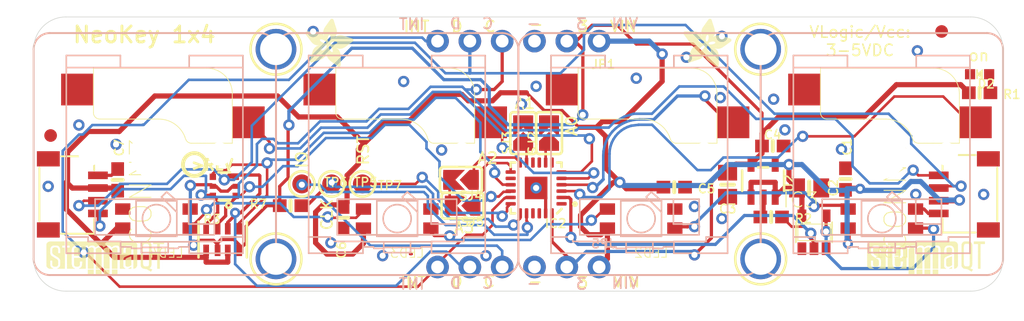
<source format=kicad_pcb>
(kicad_pcb (version 20211014) (generator pcbnew)
  (layers (0 "F.Cu" signal) (31 "B.Cu" signal) (34 "B.Paste" user) (35 "F.Paste" user) (36 "B.SilkS" user "B.Silkscreen") (37 "F.SilkS" user "F.Silkscreen") (38 "B.Mask" user) (39 "F.Mask" user) (44 "Edge.Cuts" user))
  (net 0 "")
  (net 1 "GND")
  (net 2 "SWITCHA")
  (net 3 "SWITCHC")
  (net 4 "NEO_IN")
  (net 5 "SDA")
  (net 6 "SCL")
  (net 7 "SCL_3V")
  (net 8 "SDA_3V")
  (net 9 "3.3V")
  (net 10 "INT")
  (net 11 "VCC")
  (net 12 "N$1")
  (net 13 "SWITCHB")
  (net 14 "SWITCHD")
  (net 15 "N$2")
  (net 16 "N$3")
  (net 17 "N$4")
  (net 18 "~{RESET}")
  (net 19 "SWDIO")
  (net 20 "SWCLK")
  (net 21 "ADDR1")
  (net 22 "ADDR0")
  (net 23 "LED_3V")
  (net 24 "ADDR2")
  (net 25 "ADDR3")
  (footprint "boardEagle:TESTPOINT_ROUND_1.5MM" (layer "F.Cu") (at 131.4831 107.3531)
    (fp_text reference "TP6")
    (fp_text value "")
  )
  (footprint "boardEagle:0603-NO" (layer "F.Cu") (at 134.7216 110.0201 -90)
    (fp_text reference "C6")
    (fp_text value "1uF")
  )
  (footprint "boardEagle:PCBFEAT-REV-040" (layer "F.Cu") (at 123.0376 105.8291)
    (fp_text reference "U$25" hide)
    (fp_text value "" hide)
  )
  (footprint "boardEagle:FIDUCIAL_1MM" (layer "F.Cu") (at 181.7751 95.3516)
    (fp_text reference "FID1" hide)
    (fp_text value "FIDUCIAL_1MM" hide)
  )
  (footprint "boardEagle:MOUNTINGHOLE_2.5_PLATED" (layer "F.Cu") (at 129.4511 96.7486)
    (fp_text reference "U$17" hide)
    (fp_text value "MOUNTINGHOLE2.5" hide)
  )
  (footprint "boardEagle:SOT23-5" (layer "F.Cu") (at 167.7416 107.0991)
    (fp_text reference "U2")
    (fp_text value "AP2112K-3.3")
  )
  (footprint "boardEagle:SOLDERJUMPER_ARROW_NOPASTE" (layer "F.Cu") (at 150.9141 103.3526 90)
    (fp_text reference "SJ2")
    (fp_text value "")
  )
  (footprint "boardEagle:CHIPLED_0603_NOOUTLINE" (layer "F.Cu") (at 184.7596 98.7171 90)
    (fp_text reference "D2")
    (fp_text value "GREEN")
  )
  (footprint "boardEagle:JST_SH4" (layer "F.Cu") (at 184.0611 108.1786 90)
    (fp_text reference "CONN4")
    (fp_text value "STEMMA_I2C_QT" hide)
  )
  (footprint "boardEagle:STEMMAQT" (layer "F.Cu") (at 175.9331 114.5286)
    (fp_text reference "U$31" hide)
    (fp_text value "" hide)
  )
  (footprint "boardEagle:0603-NO" (layer "F.Cu") (at 168.5036 104.3686)
    (fp_text reference "C4")
    (fp_text value "0.1uF")
  )
  (footprint "boardEagle:SOLDERJUMPER_ARROW_NOPASTE" (layer "F.Cu") (at 148.8821 103.3526 90)
    (fp_text reference "SJ3")
    (fp_text value "")
  )
  (footprint "boardEagle:SOLDERJUMPER_ARROW_NOPASTE" (layer "F.Cu") (at 143.9926 107.0356 180)
    (fp_text reference "SJ4")
    (fp_text value "")
  )
  (footprint "boardEagle:SOLDERJUMPER_ARROW_NOPASTE" (layer "F.Cu") (at 144.1196 109.0676 180)
    (fp_text reference "SJ5")
    (fp_text value "")
  )
  (footprint "boardEagle:QFN24_4MM" (layer "F.Cu") (at 149.8981 107.6706 180)
    (fp_text reference "IC2")
    (fp_text value "ATSAMD09D14A-MU")
  )
  (footprint "boardEagle:0603-NO" (layer "F.Cu") (at 174.2186 106.9721 90)
    (fp_text reference "C1")
    (fp_text value "1uF")
  )
  (footprint "boardEagle:0603-NO" (layer "F.Cu") (at 117.0051 107.0356 90)
    (fp_text reference "C7")
    (fp_text value "1uF")
  )
  (footprint "boardEagle:TESTPOINT_ROUND_1.5MM" (layer "F.Cu") (at 136.2456 107.3531)
    (fp_text reference "TP7")
    (fp_text value "")
  )
  (footprint "boardEagle:0603-NO" (layer "F.Cu") (at 168.3766 109.9566)
    (fp_text reference "R2")
    (fp_text value "10K")
  )
  (footprint "boardEagle:SOT363" (layer "F.Cu") (at 125.3871 107.5436 90)
    (fp_text reference "Q2")
    (fp_text value "BSS138")
  )
  (footprint "boardEagle:RESPACK_4X0603" (layer "F.Cu") (at 125.2601 111.7346)
    (fp_text reference "R3")
    (fp_text value "10K")
  )
  (footprint "boardEagle:0805-NO" (layer "F.Cu") (at 171.3611 107.6706)
    (fp_text reference "C2")
    (fp_text value "10uF")
  )
  (footprint "boardEagle:MOUNTINGHOLE_2.5_PLATED" (layer "F.Cu") (at 167.5511 113.2586)
    (fp_text reference "U$19" hide)
    (fp_text value "MOUNTINGHOLE2.5" hide)
  )
  (footprint "boardEagle:SOT23-5" (layer "F.Cu") (at 171.7421 111.1631)
    (fp_text reference "IC3")
    (fp_text value "74AHCT1G125DBV")
  )
  (footprint "boardEagle:0603-NO" (layer "F.Cu") (at 130.5941 109.0676 180)
    (fp_text reference "R7")
    (fp_text value "10K")
  )
  (footprint "boardEagle:MOUNTINGHOLE_2.5_PLATED" (layer "F.Cu") (at 129.4511 113.2586)
    (fp_text reference "U$21" hide)
    (fp_text value "MOUNTINGHOLE2.5" hide)
  )
  (footprint "boardEagle:TESTPOINT_ROUND_1.5MM" (layer "F.Cu") (at 133.8326 107.3531)
    (fp_text reference "TP5")
    (fp_text value "")
  )
  (footprint "boardEagle:FIDUCIAL_1MM" (layer "F.Cu") (at 111.7346 103.5431)
    (fp_text reference "FID2" hide)
    (fp_text value "FIDUCIAL_1MM" hide)
  )
  (footprint "boardEagle:ADAFRUIT_3.5MM" (layer "F.Cu") (at 161.4551 98.1456)
    (fp_text reference "U$9" hide)
    (fp_text value "" hide)
  )
  (footprint "boardEagle:0805-NO" (layer "F.Cu") (at 164.9476 107.4166 -90)
    (fp_text reference "C3")
    (fp_text value "10uF")
  )
  (footprint "boardEagle:0603-NO" (layer "F.Cu") (at 160.7566 107.6071)
    (fp_text reference "C5")
    (fp_text value "1uF")
  )
  (footprint "boardEagle:0603-NO" (layer "F.Cu") (at 184.7596 100.1776)
    (fp_text reference "R1")
    (fp_text value "10K")
  )
  (footprint "boardEagle:JST_SH4" (layer "F.Cu") (at 112.9411 108.1786 -90)
    (fp_text reference "CONN3")
    (fp_text value "STEMMA_I2C_QT" hide)
  )
  (footprint "boardEagle:ADAFRUIT_3.5MM" (layer "F.Cu") (at 131.7371 98.1456)
    (fp_text reference "U$2" hide)
    (fp_text value "" hide)
  )
  (footprint "boardEagle:1X06_ROUND_70" (layer "F.Cu") (at 148.5011 96.1136 180)
    (fp_text reference "JP1")
    (fp_text value "")
  )
  (footprint "boardEagle:MOUNTINGHOLE_2.5_PLATED" (layer "F.Cu") (at 167.5511 96.7486)
    (fp_text reference "U$3" hide)
    (fp_text value "MOUNTINGHOLE2.5" hide)
  )
  (footprint "boardEagle:STEMMAQT" (layer "F.Cu") (at 111.4171 114.5286)
    (fp_text reference "U$30" hide)
    (fp_text value "" hide)
  )
  (footprint "boardEagle:NEO3535_REVERSE" (layer "B.Cu") (at 138.9761 110.0836 180)
    (fp_text reference "LED3")
    (fp_text value "WS2812B_SK6812E" hide)
  )
  (footprint "boardEagle:KAILH_SOCKET" (layer "B.Cu") (at 158.0261 105.0036 180)
    (fp_text reference "SW3" hide)
    (fp_text value "" hide)
  )
  (footprint "boardEagle:1X06_ROUND_70" (layer "B.Cu") (at 148.5011 113.8936 180)
    (fp_text reference "JP5")
    (fp_text value "")
  )
  (footprint "boardEagle:NEO3535_REVERSE" (layer "B.Cu") (at 158.1531 110.0836 180)
    (fp_text reference "LED2")
    (fp_text value "WS2812B_SK6812E" hide)
  )
  (footprint "boardEagle:KAILH_SOCKET" (layer "B.Cu") (at 119.9261 105.0036 180)
    (fp_text reference "SW1" hide)
    (fp_text value "" hide)
  )
  (footprint "boardEagle:NEO3535_REVERSE" (layer "B.Cu") (at 177.0761 110.0836 180)
    (fp_text reference "LED1")
    (fp_text value "WS2812B_SK6812E" hide)
  )
  (footprint "boardEagle:NEO3535_REVERSE" (layer "B.Cu") (at 120.0531 110.0836 180)
    (fp_text reference "LED4")
    (fp_text value "WS2812B_SK6812E" hide)
  )
  (footprint "boardEagle:KAILH_SOCKET" (layer "B.Cu") (at 177.0761 105.0036 180)
    (fp_text reference "SW4" hide)
    (fp_text value "" hide)
  )
  (footprint "boardEagle:KAILH_SOCKET" (layer "B.Cu") (at 138.9761 105.0036 180)
    (fp_text reference "SW2" hide)
    (fp_text value "" hide)
  )
  (gr_arc (start 112.9411 115.7986) (mid 111.145049 115.054651) (end 110.4011 113.2586) (layer "Edge.Cuts") (width 0.05))
  (gr_line (start 184.0611 115.7986) (end 112.9411 115.7986) (layer "Edge.Cuts") (width 0.05))
  (gr_arc (start 186.6011 113.2586) (mid 185.857151 115.054651) (end 184.0611 115.7986) (layer "Edge.Cuts") (width 0.05))
  (gr_line (start 112.9411 94.2086) (end 184.0611 94.2086) (layer "Edge.Cuts") (width 0.05))
  (gr_arc (start 110.4011 96.7486) (mid 111.145049 94.952549) (end 112.9411 94.2086) (layer "Edge.Cuts") (width 0.05))
  (gr_arc (start 184.0611 94.2086) (mid 185.857151 94.952549) (end 186.6011 96.7486) (layer "Edge.Cuts") (width 0.05))
  (gr_line (start 110.4011 113.2586) (end 110.4011 96.7486) (layer "Edge.Cuts") (width 0.05))
  (gr_line (start 186.6011 96.7486) (end 186.6011 113.2586) (layer "Edge.Cuts") (width 0.05))
  (gr_text "C" (at 146.0881 94.7166) (layer "B.SilkS") (effects (font (size 0.87376 0.87376) (thickness 0.14224)) (justify mirror)))
  (gr_text "VIN" (at 156.8831 115.1636) (layer "B.SilkS") (effects (font (size 0.87376 0.87376) (thickness 0.14224)) (justify mirror)))
  (gr_text "D" (at 143.5481 115.1636) (layer "B.SilkS") (effects (font (size 0.87376 0.87376) (thickness 0.14224)) (justify mirror)))
  (gr_text "C" (at 146.0881 115.1636) (layer "B.SilkS") (effects (font (size 0.87376 0.87376) (thickness 0.14224)) (justify mirror)))
  (gr_text "-" (at 149.7076 115.1636) (layer "B.SilkS") (effects (font (size 0.87376 0.87376) (thickness 0.14224)) (justify mirror)))
  (gr_text "INT" (at 140.1191 94.7801) (layer "B.SilkS") (effects (font (size 0.87376 0.87376) (thickness 0.14224)) (justify mirror)))
  (gr_text "VIN" (at 156.8831 94.7166) (layer "B.SilkS") (effects (font (size 0.87376 0.87376) (thickness 0.14224)) (justify mirror)))
  (gr_text "3" (at 153.4541 115.2271) (layer "B.SilkS") (effects (font (size 0.87376 0.87376) (thickness 0.14224)) (justify mirror)))
  (gr_text "3" (at 153.4541 94.7801) (layer "B.SilkS") (effects (font (size 0.87376 0.87376) (thickness 0.14224)) (justify mirror)))
  (gr_text "-" (at 149.7076 94.7166) (layer "B.SilkS") (effects (font (size 0.87376 0.87376) (thickness 0.14224)) (justify mirror)))
  (gr_text "INT" (at 140.1191 115.2271) (layer "B.SilkS") (effects (font (size 0.87376 0.87376) (thickness 0.14224)) (justify mirror)))
  (gr_text "D" (at 143.5481 94.7166) (layer "B.SilkS") (effects (font (size 0.87376 0.87376) (thickness 0.14224)) (justify mirror)))
  (gr_text "3" (at 153.5811 115.1001) (layer "F.SilkS") (effects (font (size 0.87376 0.87376) (thickness 0.14224))))
  (gr_text "A0" (at 152.6921 102.7811 90) (layer "F.SilkS") (effects (font (size 0.87376 0.87376) (thickness 0.14224))))
  (gr_text "C" (at 146.2786 94.9706) (layer "F.SilkS") (effects (font (size 0.87376 0.87376) (thickness 0.14224))))
  (gr_text "VLogic/Vcc:\n3-5VDC" (at 175.3616 96.1136) (layer "F.SilkS") (effects (font (size 0.89408 0.89408) (thickness 0.12192))))
  (gr_text "A2" (at 146.0881 105.3211) (layer "F.SilkS") (effects (font (size 0.87376 0.87376) (thickness 0.14224))))
  (gr_text "VIN" (at 157.0101 115.0366) (layer "F.SilkS") (effects (font (size 0.87376 0.87376) (thickness 0.14224))))
  (gr_text "-" (at 149.8981 94.7801) (layer "F.SilkS") (effects (font (size 0.87376 0.87376) (thickness 0.14224))))
  (gr_text "D" (at 143.6751 94.9706) (layer "F.SilkS") (effects (font (size 0.87376 0.87376) (thickness 0.14224))))
  (gr_text "VIN" (at 156.7561 94.9706) (layer "F.SilkS") (effects (font (size 0.87376 0.87376) (thickness 0.14224))))
  (gr_text "D" (at 143.6751 115.0366) (layer "F.SilkS") (effects (font (size 0.87376 0.87376) (thickness 0.14224))))
  (gr_text "-" (at 149.8346 115.0366) (layer "F.SilkS") (effects (font (size 0.87376 0.87376) (thickness 0.14224))))
  (gr_text "CLK" (at 133.4516 109.7661 90) (layer "F.SilkS") (effects (font (size 0.87376 0.87376) (thickness 0.14224))))
  (gr_text "IO" (at 131.4831 105.4481 90) (layer "F.SilkS") (effects (font (size 0.87376 0.87376) (thickness 0.14224))))
  (gr_text "on" (at 183.8071 97.7646) (layer "F.SilkS") (effects (font (size 0.89408 0.89408) (thickness 0.12192)) (justify left bottom)))
  (gr_text "RST" (at 136.3091 104.6861 90) (layer "F.SilkS") (effects (font (size 0.87376 0.87376) (thickness 0.14224))))
  (gr_text "A1" (at 149.0091 101.0031) (layer "F.SilkS") (effects (font (size 0.87376 0.87376) (thickness 0.14224))))
  (gr_text "INT" (at 140.5001 94.9706) (layer "F.SilkS") (effects (font (size 0.87376 0.87376) (thickness 0.14224))))
  (gr_text "INT" (at 140.2461 115.1001) (layer "F.SilkS") (effects (font (size 0.87376 0.87376) (thickness 0.14224))))
  (gr_text "C" (at 146.2151 115.0366) (layer "F.SilkS") (effects (font (size 0.87376 0.87376) (thickness 0.14224))))
  (gr_text "A3" (at 144.2466 110.7821) (layer "F.SilkS") (effects (font (size 0.87376 0.87376) (thickness 0.14224))))
  (gr_text "NeoKey 1x4" (at 119.1006 95.6056) (layer "F.SilkS") (effects (font (size 1.25222 1.25222) (thickness 0.22098))))
  (gr_text "3" (at 153.5811 94.9706) (layer "F.SilkS") (effects (font (size 0.87376 0.87376) (thickness 0.14224))))
  (segment (start 150.6481 109.6706) (end 150.6481 108.4206) (width 0.254) (layer "F.Cu") (net 1))
  (segment (start 140.1191 112.8776) (end 139.9921 112.8776) (width 0.2032) (layer "F.Cu") (net 1))
  (segment (start 167.7416 108.3992) (end 167.7416 109.7416) (width 0.4064) (layer "F.Cu") (net 1))
  (segment (start 180.3901 109.3336) (end 180.7351 109.6786) (width 0.254) (layer "F.Cu") (net 1))
  (segment (start 150.6481 108.4206) (end 149.8981 107.6706) (width 0.254) (layer "F.Cu") (net 1))
  (segment (start 142.9766 107.0356) (end 143.1036 107.1626) (width 0.2032) (layer "F.Cu") (net 1))
  (segment (start 143.1036 107.1626) (end 143.1036 109.0676) (width 0.2032) (layer "F.Cu") (net 1))
  (segment (start 115.4551 106.6786) (end 116.5121 106.6786) (width 0.254) (layer "F.Cu") (net 1))
  (segment (start 116.5121 106.6786) (end 117.0051 106.1856) (width 0.254) (layer "F.Cu") (net 1))
  (segment (start 179.7261 109.3336) (end 180.3901 109.3336) (width 0.254) (layer "F.Cu") (net 1))
  (segment (start 167.7416 109.7416) (end 167.5266 109.9566) (width 0.4064) (layer "F.Cu") (net 1))
  (segment (start 180.7351 109.6786) (end 181.5471 109.6786) (width 0.254) (layer "F.Cu") (net 1))
  (via (at 173.9011 104.6226) (size 0.889) (drill 0.4826) (layers "F.Cu" "B.Cu") (net 1))
  (via (at 179.7431 108.1786) (size 0.889) (drill 0.4826) (layers "F.Cu" "B.Cu") (net 1))
  (via (at 185.0771 108.1786) (size 0.889) (drill 0.4826) (layers "F.Cu" "B.Cu") (net 1))
  (via (at 145.9611 113.0046) (size 0.889) (drill 0.4826) (layers "F.Cu" "B.Cu") (net 1))
  (via (at 169.4561 103.0986) (size 0.889) (drill 0.4826) (layers "F.Cu" "B.Cu") (net 1))
  (via (at 137.8331 113.0046) (size 0.889) (drill 0.4826) (layers "F.Cu" "B.Cu") (net 1))
  (via (at 113.9571 102.7176) (size 0.889) (drill 0.4826) (layers "F.Cu" "B.Cu") (net 1))
  (via (at 139.4841 99.2886) (size 0.889) (drill 0.4826) (layers "F.Cu" "B.Cu") (net 1))
  (via (at 149.8981 107.6706) (size 0.889) (drill 0.4826) (layers "F.Cu" "B.Cu") (net 1))
  (via (at 164.5031 110.0836) (size 0.889) (drill 0.4826) (layers "F.Cu" "B.Cu") (net 1))
  (via (at 157.7721 99.0346) (size 0.889) (drill 0.4826) (layers "F.Cu" "B.Cu") (net 1))
  (via (at 132.3721 95.3516) (size 0.889) (drill 0.4826) (layers "F.Cu" "B.Cu") (net 1))
  (via (at 142.4686 104.6861) (size 0.889) (drill 0.4826) (layers "F.Cu" "B.Cu") (net 1))
  (via (at 164.5031 95.7326) (size 0.889) (drill 0.4826) (layers "F.Cu" "B.Cu") (net 1))
  (via (at 164.3761 100.5586) (size 0.889) (drill 0.4826) (layers "F.Cu" "B.Cu") (net 1))
  (via (at 179.8701 96.8756) (size 0.889) (drill 0.4826) (layers "F.Cu" "B.Cu") (net 1))
  (via (at 161.7091 97.3836) (size 0.889) (drill 0.4826) (layers "F.Cu" "B.Cu") (net 1))
  (via (at 149.8981 99.6696) (size 0.889) (drill 0.4826) (layers "F.Cu" "B.Cu") (net 1))
  (via (at 148.7551 101.0666) (size 0.889) (drill 0.4826) (layers "F.Cu" "B.Cu") (net 1))
  (via (at 168.5671 100.6856) (size 0.889) (drill 0.4826) (layers "F.Cu" "B.Cu") (net 1))
  (via (at 162.3441 109.1311) (size 0.889) (drill 0.4826) (layers "F.Cu" "B.Cu") (net 1))
  (via (at 116.8781 104.2416) (size 0.889) (drill 0.4826) (layers "F.Cu" "B.Cu") (net 1))
  (via (at 133.7691 111.9886) (size 0.889) (drill 0.4826) (layers "F.Cu" "B.Cu") (net 1))
  (via (at 111.5441 107.5436) (size 0.889) (drill 0.4826) (layers "F.Cu" "B.Cu") (net 1))
  (segment (start 153.3271 108.0429) (end 153.2048 107.9206) (width 0.2032) (layer "F.Cu") (net 2))
  (segment (start 183.9281 102.5036) (end 181.8961 100.4716) (width 0.2032) (layer "F.Cu") (net 2))
  (segment (start 184.4361 102.5036) (end 183.9281 102.5036) (width 0.2032) (layer "F.Cu") (net 2))
  (segment (start 153.3271 108.0429) (end 153.3271 108.1699) (width 0.2032) (layer "F.Cu") (net 2))
  (segment (start 181.8961 100.4716) (end 178.0521 100.4716) (width 0.2032) (layer "F.Cu") (net 2))
  (segment (start 170.8531 103.6066) (end 174.9171 103.6066) (width 0.2032) (layer "F.Cu") (net 2))
  (segment (start 178.0521 100.4716) (end 174.9171 103.6066) (width 0.2032) (layer "F.Cu") (net 2))
  (segment (start 151.8981 107.9206) (end 153.2048 107.9206) (width 0.2032) (layer "F.Cu") (net 2))
  (via (at 170.8531 103.6066) (size 0.889) (drill 0.4826) (layers "F.Cu" "B.Cu") (net 2))
  (via (at 153.3271 108.1699) (size 0.889) (drill 0.4826) (layers "F.Cu" "B.Cu") (net 2))
  (segment (start 155.6639 104.994188) (end 155.6639 104.994188) (width 0.2032) (layer "B.Cu") (net 2))
  (segment (start 155.034475 108.390938) (end 155.6639 107.761513) (width 0.2032) (layer "B.Cu") (net 2))
  (segment (start 153.3271 108.390938) (end 155.034475 108.390938) (width 0.2032) (layer "B.Cu") (net 2))
  (segment (start 162.583212 106.26595) (end 163.628987 106.26595) (width 0.2032) (layer "B.Cu") (net 2))
  (segment (start 156.138399 103.596358) (end 156.336438 103.370539) (width 0.2032) (layer "B.Cu") (net 2))
  (segment (start 164.623575 105.271363) (end 168.9271 105.271363) (width 0.2032) (layer "B.Cu") (net 2))
  (segment (start 155.971531 103.846094) (end 156.138399 103.596358) (width 0.2032) (layer "B.Cu") (net 2))
  (segment (start 153.3271 108.1699) (end 153.3271 108.390938) (width 0.2032) (layer "B.Cu") (net 2))
  (segment (start 155.6639 104.994188) (end 155.683544 104.694475) (width 0.2032) (layer "B.Cu") (net 2))
  (segment (start 163.628987 106.26595) (end 164.623575 105.271363) (width 0.2032) (layer "B.Cu") (net 2))
  (segment (start 170.591862 103.6066) (end 168.9271 105.271363) (width 0.2032) (layer "B.Cu") (net 2))
  (segment (start 156.336438 103.370539) (end 156.562257 103.1725) (width 0.2032) (layer "B.Cu") (net 2))
  (segment (start 155.683544 104.694475) (end 155.742141 104.399891) (width 0.2032) (layer "B.Cu") (net 2))
  (segment (start 155.838687 104.115475) (end 155.971531 103.846094) (width 0.2032) (layer "B.Cu") (net 2))
  (segment (start 156.811994 103.005632) (end 157.081374 102.872788) (width 0.2032) (layer "B.Cu") (net 2))
  (segment (start 155.6639 107.761513) (end 155.6639 104.994188) (width 0.2032) (layer "B.Cu") (net 2))
  (segment (start 157.081374 102.872788) (end 157.36579 102.776242) (width 0.2032) (layer "B.Cu") (net 2))
  (segment (start 159.015262 102.698) (end 162.583212 106.26595) (width 0.2032) (layer "B.Cu") (net 2))
  (segment (start 156.562257 103.1725) (end 156.811994 103.005632) (width 0.2032) (layer "B.Cu") (net 2))
  (segment (start 157.960087 102.698) (end 159.015262 102.698) (width 0.2032) (layer "B.Cu") (net 2))
  (segment (start 157.36579 102.776242) (end 157.960087 102.698) (width 0.2032) (layer "B.Cu") (net 2))
  (segment (start 155.742141 104.399891) (end 155.838687 104.115475) (width 0.2032) (layer "B.Cu") (net 2))
  (segment (start 170.8531 103.6066) (end 170.591862 103.6066) (width 0.2032) (layer "B.Cu") (net 2))
  (segment (start 147.2311 103.3986) (end 146.3361 102.5036) (width 0.2032) (layer "F.Cu") (net 3))
  (segment (start 151.8981 106.9206) (end 153.993775 106.9206) (width 0.2032) (layer "F.Cu") (net 3))
  (segment (start 147.2311 104.4956) (end 147.2311 103.3986) (width 0.2032) (layer "F.Cu") (net 3))
  (segment (start 153.993775 106.9206) (end 154.428437 106.485938) (width 0.2032) (layer "F.Cu") (net 3))
  (via (at 154.428437 106.485938) (size 0.889) (drill 0.4826) (layers "F.Cu" "B.Cu") (net 3))
  (via (at 147.2311 104.4956) (size 0.889) (drill 0.4826) (layers "F.Cu" "B.Cu") (net 3))
  (segment (start 147.717262 104.4956) (end 147.2311 104.4956) (width 0.2032) (layer "B.Cu") (net 3))
  (segment (start 154.428437 106.485938) (end 149.7076 106.485938) (width 0.2032) (layer "B.Cu") (net 3))
  (segment (start 149.7076 106.485938) (end 147.717262 104.4956) (width 0.2032) (layer "B.Cu") (net 3))
  (segment (start 179.7261 110.8336) (end 180.8296 110.8336) (width 0.254) (layer "F.Cu") (net 4))
  (segment (start 181.1401 110.9091) (end 181.0251 110.7941) (width 0.254) (layer "F.Cu") (net 4))
  (segment (start 180.8691 110.7941) (end 181.0251 110.7941) (width 0.254) (layer "F.Cu") (net 4))
  (segment (start 172.6946 111.0996) (end 172.6921 111.0996) (width 0.254) (layer "F.Cu") (net 4))
  (segment (start 180.8296 110.8336) (end 180.8691 110.7941) (width 0.254) (layer "F.Cu") (net 4))
  (segment (start 172.6921 109.8631) (end 172.6921 111.0996) (width 0.254) (layer "F.Cu") (net 4))
  (via (at 172.6946 111.0996) (size 0.889) (drill 0.4826) (layers "F.Cu" "B.Cu") (net 4))
  (via (at 181.1401 110.9091) (size 0.889) (drill 0.4826) (layers "F.Cu" "B.Cu") (net 4))
  (segment (start 173.9011 114.0206) (end 179.4891 114.0206) (width 0.254) (layer "B.Cu") (net 4))
  (segment (start 172.6946 111.0996) (end 172.6946 112.8141) (width 0.254) (layer "B.Cu") (net 4))
  (segment (start 173.9011 114.0206) (end 172.6946 112.8141) (width 0.254) (layer "B.Cu") (net 4))
  (segment (start 181.1401 112.3696) (end 181.1401 110.9091) (width 0.254) (layer "B.Cu") (net 4))
  (segment (start 181.1401 112.3696) (end 179.4891 114.0206) (width 0.254) (layer "B.Cu") (net 4))
  (segment (start 128.1811 108.1151) (end 126.667618 109.628582) (width 0.254) (layer "F.Cu") (net 5))
  (segment (start 115.4551 108.6786) (end 114.3461 108.6786) (width 0.2032) (layer "F.Cu") (net 5))
  (segment (start 114.3461 108.6786) (end 113.9571 109.0676) (width 0.2032) (layer "F.Cu") (net 5))
  (segment (start 181.6948 107.5309) (end 183.2991 107.5309) (width 0.2032) (layer "F.Cu") (net 5))
  (segment (start 128.1811 106.7181) (end 128.1176 106.6546) (width 0.254) (layer "F.Cu") (net 5))
  (segment (start 126.11735 109.751082) (end 126.11735 109.92485) (width 0.2032) (layer "F.Cu") (net 5))
  (segment (start 125.3871 107.0356) (end 125.6291 106.7936) (width 0.254) (layer "F.Cu") (net 5))
  (segment (start 126.2871 106.7936) (end 125.6291 106.7936) (width 0.254) (layer "F.Cu") (net 5))
  (segment (start 181.5471 107.6786) (end 181.6948 107.5309) (width 0.2032) (layer "F.Cu") (net 5))
  (segment (start 125.3871 107.0356) (end 125.7681 106.6546) (width 0.254) (layer "F.Cu") (net 5))
  (segment (start 125.6601 110.8846) (end 125.6601 110.3821) (width 0.254) (layer "F.Cu") (net 5))
  (segment (start 126.11735 109.92485) (end 125.6601 110.3821) (width 0.254) (layer "F.Cu") (net 5))
  (segment (start 128.1176 106.6546) (end 125.7681 106.6546) (width 0.254) (layer "F.Cu") (net 5))
  (segment (start 128.1811 106.7181) (end 128.1811 108.1151) (width 0.254) (layer "F.Cu") (net 5))
  (segment (start 126.23985 109.628582) (end 126.11735 109.751082) (width 0.2032) (layer "F.Cu") (net 5))
  (segment (start 126.667618 109.628582) (end 126.23985 109.628582) (width 0.254) (layer "F.Cu") (net 5))
  (via (at 125.3871 107.0356) (size 0.889) (drill 0.4826) (layers "F.Cu" "B.Cu") (net 5))
  (via (at 183.2991 107.5309) (size 0.889) (drill 0.4826) (layers "F.Cu" "B.Cu") (net 5))
  (via (at 113.9571 109.0676) (size 0.889) (drill 0.4826) (layers "F.Cu" "B.Cu") (net 5))
  (via (at 126.23985 109.628582) (size 0.8001) (drill 0.3937) (layers "F.Cu" "B.Cu") (net 5))
  (segment (start 127.5461 102.7811) (end 127.5461 105.6386) (width 0.2032) (layer "B.Cu") (net 5))
  (segment (start 120.8786 107.3531) (end 117.1956 107.3531) (width 0.2032) (layer "B.Cu") (net 5))
  (segment (start 153.6573 96.7994) (end 153.6573 95.619107) (width 0.2032) (layer "B.Cu") (net 5))
  (segment (start 127.5461 105.6386) (end 126.1491 107.0356) (width 0.2032) (layer "B.Cu") (net 5))
  (segment (start 127.9492 115.3762) (end 126.23985 113.66685) (width 0.2032) (layer "B.Cu") (net 5))
  (segment (start 168.6306 101.8286) (end 177.606212 101.8286) (width 0.2032) (layer "B.Cu") (net 5))
  (segment (start 124.5616 106.2101) (end 122.0216 106.2101) (width 0.2032) (layer "B.Cu") (net 5))
  (segment (start 140.3731 96.2406) (end 142.7734 98.6409) (width 0.2032) (layer "B.Cu") (net 5))
  (segment (start 154.432806 94.8436) (end 161.6456 94.8436) (width 0.2032) (layer "B.Cu") (net 5))
  (segment (start 141.5796 112.6871) (end 142.8496 112.6871) (width 0.2032) (layer "B.Cu") (net 5))
  (segment (start 142.7734 98.6409) (end 144.6911 98.6409) (width 0.2032) (layer "B.Cu") (net 5))
  (segment (start 144.6911 96.1136) (end 144.6911 98.6409) (width 0.254) (layer "B.Cu") (net 5))
  (segment (start 124.5616 106.2101) (end 125.3871 107.0356) (width 0.2032) (layer "B.Cu") (net 5))
  (segment (start 144.6911 98.6409) (end 151.8158 98.6409) (width 0.2032) (layer "B.Cu") (net 5))
  (segment (start 115.4811 109.0676) (end 117.1956 107.3531) (width 0.2032) (layer "B.Cu") (net 5))
  (segment (start 126.23985 113.66685) (end 126.23985 109.628582) (width 0.2032) (layer "B.Cu") (net 5))
  (segment (start 144.6911 113.8936) (end 144.0561 113.8936) (width 0.2032) (layer "B.Cu") (net 5))
  (segment (start 134.0866 96.2406) (end 140.3731 96.2406) (width 0.2032) (layer "B.Cu") (net 5))
  (segment (start 144.0561 113.8936) (end 142.8496 112.6871) (width 0.2032) (layer "B.Cu") (net 5))
  (segment (start 138.8905 115.3762) (end 141.5796 112.6871) (width 0.2032) (layer "B.Cu") (net 5))
  (segment (start 127.5461 102.7811) (end 134.0866 96.2406) (width 0.2032) (layer "B.Cu") (net 5))
  (segment (start 127.9492 115.3762) (end 138.8905 115.3762) (width 0.2032) (layer "B.Cu") (net 5))
  (segment (start 177.606212 101.8286) (end 179.3817 103.604088) (width 0.2032) (layer "B.Cu") (net 5))
  (segment (start 151.8158 98.6409) (end 153.6573 96.7994) (width 0.2032) (layer "B.Cu") (net 5))
  (segment (start 113.9571 109.0676) (end 115.4811 109.0676) (width 0.2032) (layer "B.Cu") (net 5))
  (segment (start 125.3871 107.0356) (end 126.1491 107.0356) (width 0.2032) (layer "B.Cu") (net 5))
  (segment (start 179.3817 104.1977) (end 182.7149 107.5309) (width 0.2032) (layer "B.Cu") (net 5))
  (segment (start 161.6456 94.8436) (end 168.6306 101.8286) (width 0.2032) (layer "B.Cu") (net 5))
  (segment (start 122.0216 106.2101) (end 120.8786 107.3531) (width 0.2032) (layer "B.Cu") (net 5))
  (segment (start 179.3817 103.604088) (end 179.3817 104.1977) (width 0.2032) (layer "B.Cu") (net 5))
  (segment (start 182.7149 107.5309) (end 183.2991 107.5309) (width 0.2032) (layer "B.Cu") (net 5))
  (segment (start 153.6573 95.619107) (end 154.432806 94.8436) (width 0.2032) (layer "B.Cu") (net 5))
  (segment (start 124.8681 109.6271) (end 123.9601 110.5351) (width 0.254) (layer "F.Cu") (net 6))
  (segment (start 115.6081 110.6678) (end 115.4551 110.5148) (width 0.2032) (layer "F.Cu") (net 6))
  (segment (start 147.2311 96.1136) (end 147.2311 99.2886) (width 0.254) (layer "F.Cu") (net 6))
  (segment (start 115.4551 109.6786) (end 115.4551 110.5148) (width 0.2032) (layer "F.Cu") (net 6))
  (segment (start 124.8681 108.6746) (end 124.4871 108.2936) (width 0.254) (layer "F.Cu") (net 6))
  (segment (start 179.5341 106.2736) (end 179.9391 106.6786) (width 0.2032) (layer "F.Cu") (net 6))
  (segment (start 124.4871 108.2936) (end 124.4229 108.2294) (width 0.2032) (layer "F.Cu") (net 6))
  (segment (start 179.9391 106.6786) (end 181.5471 106.6786) (width 0.2032) (layer "F.Cu") (net 6))
  (segment (start 124.8681 108.6746) (end 124.8681 109.6271) (width 0.254) (layer "F.Cu") (net 6))
  (segment (start 146.5961 99.9236) (end 145.1991 99.9236) (width 0.254) (layer "F.Cu") (net 6))
  (segment (start 123.9601 110.8846) (end 123.9601 110.5351) (width 0.254) (layer "F.Cu") (net 6))
  (segment (start 147.2311 99.2886) (end 146.5961 99.9236) (width 0.254) (layer "F.Cu") (net 6))
  (segment (start 124.4229 108.2294) (end 123.564887 108.2294) (width 0.2032) (layer "F.Cu") (net 6))
  (via (at 179.5341 106.2736) (size 0.889) (drill 0.4826) (layers "F.Cu" "B.Cu") (net 6))
  (via (at 145.1991 99.9236) (size 0.889) (drill 0.4826) (layers "F.Cu" "B.Cu") (net 6))
  (via (at 123.564887 108.2294) (size 0.889) (drill 0.4826) (layers "F.Cu" "B.Cu") (net 6))
  (via (at 115.6081 110.6678) (size 0.889) (drill 0.4826) (layers "F.Cu" "B.Cu") (net 6))
  (segment (start 128.362137 103.8098) (end 129.253475 103.8098) (width 0.2032) (layer "B.Cu") (net 6))
  (segment (start 137.547275 101.4476) (end 139.861862 101.4476) (width 0.2032) (layer "B.Cu") (net 6))
  (segment (start 145.1991 99.9236) (end 144.313337 99.9236) (width 0.2032) (layer "B.Cu") (net 6))
  (segment (start 121.162731 107.767469) (end 122.2121 106.7181) (width 0.2032) (layer "B.Cu") (net 6))
  (segment (start 127.9525 105.910875) (end 126.5301 107.333275) (width 0.2032) (layer "B.Cu") (net 6))
  (segment (start 123.780787 108.3818) (end 123.628387 108.2294) (width 0.2032) (layer "B.Cu") (net 6))
  (segment (start 139.861862 101.4476) (end 141.601762 99.7077) (width 0.2032) (layer "B.Cu") (net 6))
  (segment (start 123.945887 106.7181) (end 123.945887 107.9754) (width 0.2032) (layer "B.Cu") (net 6))
  (segment (start 179.4071 106.2736) (end 179.5341 106.2736) (width 0.2032) (layer "B.Cu") (net 6))
  (segment (start 132.910231 102.430232) (end 136.564643 102.430232) (width 0.2032) (layer "B.Cu") (net 6))
  (segment (start 153.062793 103.128732) (end 153.270725 102.9208) (width 0.2032) (layer "B.Cu") (net 6))
  (segment (start 156.081921 102.445135) (end 156.152115 102.445135) (width 0.2032) (layer "B.Cu") (net 6))
  (segment (start 127.9525 104.219438) (end 128.362137 103.8098) (width 0.2032) (layer "B.Cu") (net 6))
  (segment (start 144.313337 99.9236) (end 144.097437 99.7077) (width 0.2032) (layer "B.Cu") (net 6))
  (segment (start 136.8806 112.2172) (end 133.0452 108.3818) (width 0.2032) (layer "B.Cu") (net 6))
  (segment (start 161.149237 99.6823) (end 164.639562 99.6823) (width 0.2032) (layer "B.Cu") (net 6))
  (segment (start 147.2311 112.6236) (end 147.2311 113.8936) (width 0.2032) (layer "B.Cu") (net 6))
  (segment (start 153.270725 102.9208) (end 155.606256 102.9208) (width 0.2032) (layer "B.Cu") (net 6))
  (segment (start 174.7705 105.958613) (end 176.121087 107.3092) (width 0.2032) (layer "B.Cu") (net 6))
  (segment (start 157.566878 101.8286) (end 159.002937 101.8286) (width 0.2032) (layer "B.Cu") (net 6))
  (segment (start 126.5301 108.3818) (end 123.780787 108.3818) (width 0.2032) (layer "B.Cu") (net 6))
  (segment (start 159.002937 101.8286) (end 161.149237 99.6823) (width 0.2032) (layer "B.Cu") (net 6))
  (segment (start 174.7705 103.587) (end 174.7705 105.958613) (width 0.2032) (layer "B.Cu") (net 6))
  (segment (start 129.596375 104.1527) (end 131.187762 104.1527) (width 0.2032) (layer "B.Cu") (net 6))
  (segment (start 164.639562 99.6823) (end 167.192262 102.235) (width 0.2032) (layer "B.Cu") (net 6))
  (segment (start 115.6081 110.6678) (end 115.6081 109.515338) (width 0.2032) (layer "B.Cu") (net 6))
  (segment (start 117.355968 107.767469) (end 121.162731 107.767469) (width 0.2032) (layer "B.Cu") (net 6))
  (segment (start 176.121087 107.3092) (end 178.3715 107.3092) (width 0.2032) (layer "B.Cu") (net 6))
  (segment (start 129.253475 103.8098) (end 129.596375 104.1527) (width 0.2032) (layer "B.Cu") (net 6))
  (segment (start 123.564887 108.2294) (end 123.691887 108.2294) (width 0.2032) (layer "B.Cu") (net 6))
  (segment (start 147.518468 103.128732) (end 153.062793 103.128732) (width 0.2032) (layer "B.Cu") (net 6))
  (segment (start 136.8806 112.2172) (end 146.8247 112.2172) (width 0.2032) (layer "B.Cu") (net 6))
  (segment (start 122.2121 106.7181) (end 123.945887 106.7181) (width 0.2032) (layer "B.Cu") (net 6))
  (segment (start 141.601762 99.7077) (end 144.097437 99.7077) (width 0.2032) (layer "B.Cu") (net 6))
  (segment (start 133.0452 108.3818) (end 126.5301 108.3818) (width 0.2032) (layer "B.Cu") (net 6))
  (segment (start 123.945887 107.9754) (end 123.691887 108.2294) (width 0.2032) (layer "B.Cu") (net 6))
  (segment (start 117.355968 107.767469) (end 115.6081 109.515338) (width 0.2032) (layer "B.Cu") (net 6))
  (segment (start 156.152115 102.445135) (end 156.296621 102.361704) (width 0.2032) (layer "B.Cu") (net 6))
  (segment (start 144.313337 99.9236) (end 147.518468 103.128732) (width 0.2032) (layer "B.Cu") (net 6))
  (segment (start 127.9525 105.910875) (end 127.9525 104.219438) (width 0.2032) (layer "B.Cu") (net 6))
  (segment (start 146.8247 112.2172) (end 147.2311 112.6236) (width 0.2032) (layer "B.Cu") (net 6))
  (segment (start 173.4185 102.235) (end 174.7705 103.587) (width 0.2032) (layer "B.Cu") (net 6))
  (segment (start 167.192262 102.235) (end 173.4185 102.235) (width 0.2032) (layer "B.Cu") (net 6))
  (segment (start 155.606256 102.9208) (end 156.081921 102.445135) (width 0.2032) (layer "B.Cu") (net 6))
  (segment (start 156.296621 102.361704) (end 156.819371 102.059894) (width 0.2032) (layer "B.Cu") (net 6))
  (segment (start 156.819371 102.059894) (end 157.566878 101.8286) (width 0.2032) (layer "B.Cu") (net 6))
  (segment (start 123.628387 108.2294) (end 123.564887 108.2294) (width 0.2032) (layer "B.Cu") (net 6))
  (segment (start 131.187762 104.1527) (end 132.910231 102.430232) (width 0.2032) (layer "B.Cu") (net 6))
  (segment (start 179.4071 106.2736) (end 178.3715 107.3092) (width 0.2032) (layer "B.Cu") (net 6))
  (segment (start 136.564643 102.430232) (end 137.547275 101.4476) (width 0.2032) (layer "B.Cu") (net 6))
  (segment (start 126.5301 107.333275) (end 126.5301 108.3818) (width 0.2032) (layer "B.Cu") (net 6))
  (segment (start 146.3548 108.350913) (end 146.963 108.350913) (width 0.2032) (layer "F.Cu") (net 7))
  (segment (start 124.8601 110.5036) (end 124.8601 110.8846) (width 0.254) (layer "F.Cu") (net 7))
  (segment (start 126.2871 108.2936) (end 126.2871 108.4216) (width 0.254) (layer "F.Cu") (net 7))
  (segment (start 127.369 107.577607) (end 127.369 107.5927) (width 0.2032) (layer "F.Cu") (net 7))
  (segment (start 147.338112 107.9758) (end 146.963 108.350913) (width 0.2032) (layer "F.Cu") (net 7))
  (segment (start 127.369 107.5927) (end 126.6681 108.2936) (width 0.2032) (layer "F.Cu") (net 7))
  (segment (start 147.8981 107.9206) (end 147.8429 107.9758) (width 0.2032) (layer "F.Cu") (net 7))
  (segment (start 125.4951 109.2136) (end 125.4951 109.8686) (width 0.254) (layer "F.Cu") (net 7))
  (segment (start 125.4951 109.8686) (end 124.8601 110.5036) (width 0.254) (layer "F.Cu") (net 7))
  (segment (start 126.2871 108.4216) (end 125.4951 109.2136) (width 0.254) (layer "F.Cu") (net 7))
  (segment (start 126.2871 108.2936) (end 126.6681 108.2936) (width 0.2032) (layer "F.Cu") (net 7))
  (segment (start 147.8429 107.9758) (end 147.338112 107.9758) (width 0.2032) (layer "F.Cu") (net 7))
  (via (at 146.3548 108.350913) (size 0.889) (drill 0.4826) (layers "F.Cu" "B.Cu") (net 7))
  (via (at 127.369 107.577607) (size 0.889) (drill 0.4826) (layers "F.Cu" "B.Cu") (net 7))
  (segment (start 133.373212 103.74125) (end 136.977837 103.74125) (width 0.2032) (layer "B.Cu") (net 7))
  (segment (start 145.981012 108.6612) (end 146.3548 108.287413) (width 0.2032) (layer "B.Cu") (net 7))
  (segment (start 131.158362 105.9561) (end 133.373212 103.74125) (width 0.2032) (layer "B.Cu") (net 7))
  (segment (start 127.369 107.577607) (end 128.385 107.577607) (width 0.2032) (layer "B.Cu") (net 7))
  (segment (start 142.3035 105.589125) (end 142.3035 106.7816) (width 0.2032) (layer "B.Cu") (net 7))
  (segment (start 146.3548 108.350913) (end 146.3548 108.287413) (width 0.2032) (layer "B.Cu") (net 7))
  (segment (start 141.2817 104.567325) (end 142.3035 105.589125) (width 0.2032) (layer "B.Cu") (net 7))
  (segment (start 142.3035 106.7816) (end 144.1831 108.6612) (width 0.2032) (layer "B.Cu") (net 7))
  (segment (start 130.006506 105.9561) (end 128.385 107.577607) (width 0.2032) (layer "B.Cu") (net 7))
  (segment (start 141.2817 104.048588) (end 141.2817 104.567325) (width 0.2032) (layer "B.Cu") (net 7))
  (segment (start 144.1831 108.6612) (end 145.981012 108.6612) (width 0.2032) (layer "B.Cu") (net 7))
  (segment (start 136.977837 103.74125) (end 138.021087 102.698) (width 0.2032) (layer "B.Cu") (net 7))
  (segment (start 139.931112 102.698) (end 141.2817 104.048588) (width 0.2032) (layer "B.Cu") (net 7))
  (segment (start 138.021087 102.698) (end 139.931112 102.698) (width 0.2032) (layer "B.Cu") (net 7))
  (segment (start 130.006506 105.9561) (end 131.158362 105.9561) (width 0.2032) (layer "B.Cu") (net 7))
  (segment (start 125.970237 105.8418) (end 128.7526 105.8418) (width 0.2032) (layer "F.Cu") (net 8))
  (segment (start 124.7531 106.2736) (end 125.538437 106.2736) (width 0.2032) (layer "F.Cu") (net 8))
  (segment (start 128.7526 108.2421) (end 126.5601 110.4346) (width 0.2032) (layer "F.Cu") (net 8))
  (segment (start 147.8898 107.4123) (end 147.266625 107.4123) (width 0.2032) (layer "F.Cu") (net 8))
  (segment (start 128.7526 105.7021) (end 128.7526 108.2421) (width 0.2032) (layer "F.Cu") (net 8))
  (segment (start 128.7526 105.7021) (end 128.7526 105.8418) (width 0.2032) (layer "F.Cu") (net 8))
  (segment (start 126.5601 110.8846) (end 126.5601 110.4346) (width 0.2032) (layer "F.Cu") (net 8))
  (segment (start 147.8981 107.4206) (end 147.8898 107.4123) (width 0.2032) (layer "F.Cu") (net 8))
  (segment (start 124.4871 106.5396) (end 124.7531 106.2736) (width 0.2032) (layer "F.Cu") (net 8))
  (segment (start 125.538437 106.2736) (end 125.970237 105.8418) (width 0.2032) (layer "F.Cu") (net 8))
  (segment (start 146.639468 106.467644) (end 146.639468 106.785144) (width 0.2032) (layer "F.Cu") (net 8))
  (segment (start 124.4871 106.7936) (end 124.4871 106.5396) (width 0.2032) (layer "F.Cu") (net 8))
  (segment (start 147.266625 107.4123) (end 146.639468 106.785144) (width 0.2032) (layer "F.Cu") (net 8))
  (via (at 128.7526 105.7021) (size 0.889) (drill 0.4826) (layers "F.Cu" "B.Cu") (net 8))
  (via (at 146.639468 106.467644) (size 0.889) (drill 0.4826) (layers "F.Cu" "B.Cu") (net 8))
  (segment (start 136.8095 103.33485) (end 137.85275 102.2916) (width 0.2032) (layer "B.Cu") (net 8))
  (segment (start 146.639468 106.467644) (end 146.702968 106.404144) (width 0.2032) (layer "B.Cu") (net 8))
  (segment (start 146.702968 106.023144) (end 145.5166 104.836775) (width 0.2032) (layer "B.Cu") (net 8))
  (segment (start 145.5166 102.524982) (end 143.567868 100.57625) (width 0.2032) (layer "B.Cu") (net 8))
  (segment (start 131.091625 105.4481) (end 129.0066 105.4481) (width 0.2032) (layer "B.Cu") (net 8))
  (segment (start 131.091625 105.4481) (end 133.204875 103.33485) (width 0.2032) (layer "B.Cu") (net 8))
  (segment (start 146.702968 106.023144) (end 146.702968 106.404144) (width 0.2032) (layer "B.Cu") (net 8))
  (segment (start 140.288981 102.2916) (end 142.004331 100.57625) (width 0.2032) (layer "B.Cu") (net 8))
  (segment (start 145.5166 104.836775) (end 145.5166 102.524982) (width 0.2032) (layer "B.Cu") (net 8))
  (segment (start 133.204875 103.33485) (end 136.8095 103.33485) (width 0.2032) (layer "B.Cu") (net 8))
  (segment (start 128.7526 105.7021) (end 129.0066 105.4481) (width 0.2032) (layer "B.Cu") (net 8))
  (segment (start 137.85275 102.2916) (end 140.288981 102.2916) (width 0.2032) (layer "B.Cu") (net 8))
  (segment (start 143.567868 100.57625) (end 142.004331 100.57625) (width 0.2032) (layer "B.Cu") (net 8))
  (segment (start 165.6152 105.799) (end 166.7916 105.799) (width 0.4064) (layer "F.Cu") (net 9))
  (segment (start 126.0331 107.5436) (end 125.6521 107.9246) (width 0.254) (layer "F.Cu") (net 9))
  (segment (start 129.7441 109.0676) (end 128.728262 109.0676) (width 0.254) (layer "F.Cu") (net 9))
  (segment (start 122.9741 112.1791) (end 123.3614 111.7918) (width 0.254) (layer "F.Cu") (net 9))
  (segment (start 126.5601 112.534575) (end 126.5601 112.5846) (width 0.254) (layer "F.Cu") (net 9))
  (segment (start 130.4671 102.7176) (end 130.4029 102.7818) (width 0.254) (layer "F.Cu") (net 9))
  (segment (start 125.6521 107.9246) (end 125.1221 107.9246) (width 0.254) (layer "F.Cu") (net 9))
  (segment (start 167.6536 101.779125) (end 162.2171 96.342625) (width 0.254) (layer "F.Cu") (net 9))
  (segment (start 128.728262 109.0676) (end 127.1153 110.680563) (width 0.254) (layer "F.Cu") (net 9))
  (segment (start 162.3441 112.9411) (end 163.6776 111.6076) (width 0.254) (layer "F.Cu") (net 9))
  (segment (start 127.1153 110.680563) (end 127.1153 111.979375) (width 0.254) (layer "F.Cu") (net 9))
  (segment (start 156.2989 94.869425) (end 157.7721 96.342625) (width 0.254) (layer "F.Cu") (net 9))
  (segment (start 130.4029 102.7818) (end 130.4029 106.8848) (width 0.254) (layer "F.Cu") (net 9))
  (segment (start 124.4871 107.5436) (end 124.7411 107.5436) (width 0.254) (layer "F.Cu") (net 9))
  (segment (start 124.8601 112.1156) (end 124.5363 111.7918) (width 0.254) (layer "F.Cu") (net 9))
  (segment (start 125.1331 111.7346) (end 126.1491 111.7346) (width 0.254) (layer "F.Cu") (net 9))
  (segment (start 163.6776 107.2261) (end 164.4371 106.4666) (width 0.254) (layer "F.Cu") (net 9))
  (segment (start 124.8601 112.0076) (end 124.8601 112.5846) (width 0.254) (layer "F.Cu") (net 9))
  (segment (start 167.6536 104.937) (end 166.7916 105.799) (width 0.4064) (layer "F.Cu") (net 9))
  (segment (start 151.1481 109.6706) (end 151.1481 111.8931) (width 0.254) (layer "F.Cu") (net 9))
  (segment (start 126.5601 112.1456) (end 126.1491 111.7346) (width 0.254) (layer "F.Cu") (net 9))
  (segment (start 153.57335 96.74085) (end 152.9461 96.1136) (width 0.254) (layer "F.Cu") (net 9))
  (segment (start 129.7441 109.0676) (end 129.7441 107.5436) (width 0.254) (layer "F.Cu") (net 9))
  (segment (start 126.0331 107.5436) (end 126.2871 107.5436) (width 0.254) (layer "F.Cu") (net 9))
  (segment (start 125.1331 111.7346) (end 124.8601 112.0076) (width 0.254) (layer "F.Cu") (net 9))
  (segment (start 168.9481 102.0826) (end 175.6791 102.0826) (width 0.4064) (layer "F.Cu") (net 9))
  (segment (start 124.4871 107.5436) (end 124.3601 107.4166) (width 0.254) (layer "F.Cu") (net 9))
  (segment (start 164.9476 106.4666) (end 165.6152 105.799) (width 0.4064) (layer "F.Cu") (net 9))
  (segment (start 127.1153 111.979375) (end 126.5601 112.534575) (width 0.254) (layer "F.Cu") (net 9))
  (segment (start 154.2923 94.869425) (end 156.2989 94.869425) (width 0.254) (layer "F.Cu") (net 9))
  (segment (start 125.1221 107.9246) (end 124.7411 107.5436) (width 0.254) (layer "F.Cu") (net 9))
  (segment (start 126.5601 112.534575) (end 126.5601 112.1456) (width 0.254) (layer "F.Cu") (net 9))
  (segment (start 153.57335 101.9081) (end 153.57335 96.74085) (width 0.254) (layer "F.Cu") (net 9))
  (segment (start 183.2746 99.5426) (end 183.9096 100.1776) (width 0.4064) (layer "F.Cu") (net 9))
  (segment (start 164.4371 106.4666) (end 164.9476 106.4666) (width 0.254) (layer "F.Cu") (net 9))
  (segment (start 175.6791 102.0826) (end 178.2191 99.5426) (width 0.4064) (layer "F.Cu") (net 9))
  (segment (start 124.3601 107.4166) (end 122.7836 107.4166) (width 0.254) (layer "F.Cu") (net 9))
  (segment (start 167.6536 101.779125) (end 167.6536 103.3771) (width 0.254) (layer "F.Cu") (net 9))
  (segment (start 124.5363 111.7918) (end 123.3614 111.7918) (width 0.254) (layer "F.Cu") (net 9))
  (segment (start 124.8601 112.5846) (end 124.8601 112.1156) (width 0.254) (layer "F.Cu") (net 9))
  (segment (start 163.6776 111.6076) (end 163.6776 107.2261) (width 0.254) (layer "F.Cu") (net 9))
  (segment (start 152.9461 96.1136) (end 152.3111 96.1136) (width 0.254) (layer "F.Cu") (net 9))
  (segment (start 167.6536 103.3771) (end 168.9481 102.0826) (width 0.4064) (layer "F.Cu") (net 9))
  (segment (start 152.3111 113.0561) (end 152.3111 113.8936) (width 0.254) (layer "F.Cu") (net 9))
  (segment (start 167.6536 104.3686) (end 167.6536 104.937) (width 0.4064) (layer "F.Cu") (net 9))
  (segment (start 122.7836 107.4166) (end 122.7201 107.4801) (width 0.254) (layer "F.Cu") (net 9))
  (segment (start 153.56395 101.9175) (end 153.57335 101.9081) (width 0.254) (layer "F.Cu") (net 9))
  (segment (start 167.6536 104.3686) (end 167.6536 103.3771) (width 0.4064) (layer "F.Cu") (net 9))
  (segment (start 152.3111 113.0561) (end 151.1481 111.8931) (width 0.254) (layer "F.Cu") (net 9))
  (segment (start 152.3111 96.1136) (end 153.048125 96.1136) (width 0.254) (layer "F.Cu") (net 9))
  (segment (start 157.7721 96.342625) (end 162.2171 96.342625) (width 0.254) (layer "F.Cu") (net 9))
  (segment (start 130.4029 106.8848) (end 129.7441 107.5436) (width 0.254) (layer "F.Cu") (net 9))
  (segment (start 183.2746 99.5426) (end 178.2191 99.5426) (width 0.4064) (layer "F.Cu") (net 9))
  (segment (start 154.2923 94.869425) (end 153.048125 96.1136) (width 0.254) (layer "F.Cu") (net 9))
  (via (at 153.56395 101.9175) (size 0.889) (drill 0.4826) (layers "F.Cu" "B.Cu") (net 9))
  (via (at 122.7201 107.4801) (size 0.889) (drill 0.4826) (layers "F.Cu" "B.Cu") (net 9))
  (via (at 130.4671 102.7176) (size 0.889) (drill 0.4826) (layers "F.Cu" "B.Cu") (net 9))
  (via (at 122.9741 112.1791) (size 0.889) (drill 0.4826) (layers "F.Cu" "B.Cu") (net 9))
  (via (at 162.3441 112.9411) (size 0.889) (drill 0.4826) (layers "F.Cu" "B.Cu") (net 9))
  (segment (start 145.5463 99.1489) (end 142.6464 99.1489) (width 0.254) (layer "B.Cu") (net 9))
  (segment (start 130.4671 102.7176) (end 130.4671 101.613763) (width 0.254) (layer "B.Cu") (net 9))
  (segment (start 140.1699 96.6724) (end 135.408462 96.6724) (width 0.254) (layer "B.Cu") (net 9))
  (segment (start 145.5463 99.1489) (end 146.2151 99.8177) (width 0.254) (layer "B.Cu") (net 9))
  (segment (start 135.408462 96.6724) (end 130.4671 101.613763) (width 0.254) (layer "B.Cu") (net 9))
  (segment (start 146.2151 99.8177) (end 146.2151 101.2147) (width 0.254) (layer "B.Cu") (net 9))
  (segment (start 122.7201 111.9251) (end 122.9741 112.1791) (width 0.254) (layer "B.Cu") (net 9))
  (segment (start 153.56395 101.9175) (end 153.5345 101.9175) (width 0.254) (layer "B.Cu") (net 9))
  (segment (start 152.6286 113.8936) (end 152.3111 113.8936) (width 0.254) (layer "B.Cu") (net 9))
  (segment (start 152.6286 113.8936) (end 153.8478 112.6744) (width 0.254) (layer "B.Cu") (net 9))
  (segment (start 153.8478 112.6744) (end 162.0774 112.6744) (width 0.254) (layer "B.Cu") (net 9))
  (segment (start 142.6464 99.1489) (end 140.1699 96.6724) (width 0.254) (layer "B.Cu") (net 9))
  (segment (start 146.2151 101.2147) (end 147.697331 102.696932) (width 0.254) (layer "B.Cu") (net 9))
  (segment (start 162.0774 112.6744) (end 162.3441 112.9411) (width 0.254) (layer "B.Cu") (net 9))
  (segment (start 147.697331 102.696932) (end 152.755068 102.696932) (width 0.254) (layer "B.Cu") (net 9))
  (segment (start 152.755068 102.696932) (end 153.5345 101.9175) (width 0.254) (layer "B.Cu") (net 9))
  (segment (start 122.7201 107.4801) (end 122.7201 111.9251) (width 0.254) (layer "B.Cu") (net 9))
  (segment (start 142.1511 113.8936) (end 140.6017 115.443) (width 0.2032) (layer "F.Cu") (net 10))
  (segment (start 145.7071 111.3536) (end 144.4371 111.3536) (width 0.2032) (layer "F.Cu") (net 10))
  (segment (start 147.41285 108.4758) (end 146.4691 109.41955) (width 0.2032) (layer "F.Cu") (net 10))
  (segment (start 140.6017 115.443) (end 117.1575 115.443) (width 0.2032) (layer "F.Cu") (net 10))
  (segment (start 146.4691 110.5916) (end 145.7071 111.3536) (width 0.2032) (layer "F.Cu") (net 10))
  (segment (start 142.1511 113.6396) (end 142.1511 113.8936) (width 0.2032) (layer "F.Cu") (net 10))
  (segment (start 117.1575 115.443) (end 114.4651 112.7506) (width 0.2032) (layer "F.Cu") (net 10))
  (segment (start 147.8981 108.4206) (end 147.5171 108.4206) (width 0.2032) (layer "F.Cu") (net 10))
  (segment (start 146.4691 109.41955) (end 146.4691 110.5916) (width 0.2032) (layer "F.Cu") (net 10))
  (segment (start 147.5171 108.4206) (end 147.4619 108.4758) (width 0.2032) (layer "F.Cu") (net 10))
  (segment (start 144.4371 111.3536) (end 142.1511 113.6396) (width 0.2032) (layer "F.Cu") (net 10))
  (segment (start 114.4651 112.7506) (end 114.3381 112.7506) (width 0.2032) (layer "F.Cu") (net 10))
  (segment (start 147.4619 108.4758) (end 147.41285 108.4758) (width 0.2032) (layer "F.Cu") (net 10))
  (via (at 114.3381 112.7506) (size 0.889) (drill 0.4826) (layers "F.Cu" "B.Cu") (net 10))
  (segment (start 122.5931 99.1616) (end 130.4671 99.1616) (width 0.2032) (layer "B.Cu") (net 10))
  (segment (start 112.6871 104.7496) (end 113.9698 103.4669) (width 0.2032) (layer "B.Cu") (net 10))
  (segment (start 133.7945 95.8342) (end 140.941312 95.8342) (width 0.2032) (layer "B.Cu") (net 10))
  (segment (start 114.3381 112.7506) (end 112.6871 111.0996) (width 0.2032) (layer "B.Cu") (net 10))
  (segment (start 114.267475 103.4669) (end 115.016775 102.7176) (width 0.2032) (layer "B.Cu") (net 10))
  (segment (start 112.6871 111.0996) (end 112.6871 104.7496) (width 0.2032) (layer "B.Cu") (net 10))
  (segment (start 140.941312 95.8342) (end 141.220712 96.1136) (width 0.2032) (layer "B.Cu") (net 10))
  (segment (start 119.0567 102.698) (end 122.5931 99.1616) (width 0.2032) (layer "B.Cu") (net 10))
  (segment (start 118.951487 102.7176) (end 118.971087 102.698) (width 0.2032) (layer "B.Cu") (net 10))
  (segment (start 130.4671 99.1616) (end 133.7945 95.8342) (width 0.2032) (layer "B.Cu") (net 10))
  (segment (start 141.220712 96.1136) (end 142.1511 96.1136) (width 0.2032) (layer "B.Cu") (net 10))
  (segment (start 115.016775 102.7176) (end 118.951487 102.7176) (width 0.2032) (layer "B.Cu") (net 10))
  (segment (start 118.971087 102.698) (end 119.0567 102.698) (width 0.2032) (layer "B.Cu") (net 10))
  (segment (start 113.9698 103.4669) (end 114.267475 103.4669) (width 0.2032) (layer "B.Cu") (net 10))
  (segment (start 119.9261 100.4316) (end 117.1321 103.2256) (width 0.4064) (layer "F.Cu") (net 11))
  (segment (start 156.4767 107.2261) (end 155.3591 106.1085) (width 0.4064) (layer "F.Cu") (net 11))
  (segment (start 155.5031 110.8336) (end 154.9831 111.3536) (width 0.4064) (layer "F.Cu") (net 11))
  (segment (start 174.4261 110.8336) (end 174.4261 112.0351) (width 0.4064) (layer "F.Cu") (net 11))
  (segment (start 174.4261 112.0351) (end 174.4091 112.0521) (width 0.4064) (layer "F.Cu") (net 11))
  (segment (start 156.634143 102.4509) (end 159.8041 99.280944) (width 0.4064) (layer "F.Cu") (net 11))
  (segment (start 155.0924 102.4509) (end 156.634143 102.4509) (width 0.4064) (layer "F.Cu") (net 11))
  (segment (start 155.960462 107.2515) (end 156.4767 107.2515) (width 0.4064) (layer "F.Cu") (net 11))
  (segment (start 183.1721 108.6231) (end 183.1166 108.6786) (width 0.4064) (layer "F.Cu") (net 11))
  (segment (start 153.3906 109.821363) (end 155.960462 107.2515) (width 0.4064) (layer "F.Cu") (net 11))
  (segment (start 175.3616 107.7341) (end 175.3226 107.6951) (width 0.4064) (layer "F.Cu") (net 11))
  (segment (start 174.2186 107.8221) (end 174.3456 107.6951) (width 0.4064) (layer "F.Cu") (net 11))
  (segment (start 113.0681 107.3056) (end 113.0681 104.852682) (width 0.4064) (layer "F.Cu") (net 11))
  (segment (start 123.9601 112.5846) (end 123.9601 113.1316) (width 0.4064) (layer "F.Cu") (net 11))
  (segment (start 115.4551 107.6786) (end 116.7981 107.6786) (width 0.4064) (layer "F.Cu") (net 11))
  (segment (start 154.6479 102.8954) (end 153.2509 102.8954) (width 0.4064) (layer "F.Cu") (net 11))
  (segment (start 112.9792 107.2167) (end 112.9792 109.3597) (width 0.4064) (layer "F.Cu") (net 11))
  (segment (start 116.9536 110.8336) (end 115.70335 112.08385) (width 0.4064) (layer "F.Cu") (net 11))
  (segment (start 155.3591 106.1085) (end 155.3591 103.6066) (width 0.4064) (layer "F.Cu") (net 11))
  (segment (start 134.2771 102.0826) (end 136.3726 104.1781) (width 0.4064) (layer "F.Cu") (net 11))
  (segment (start 131.2291 102.0826) (end 134.2771 102.0826) (width 0.4064) (layer "F.Cu") (net 11))
  (segment (start 168.6916 107.2261) (end 168.6916 108.3992) (width 0.4064) (layer "F.Cu") (net 11))
  (segment (start 169.4202 107.6706) (end 170.4111 107.6706) (width 0.4064) (layer "F.Cu") (net 11))
  (segment (start 136.3726 104.1781) (end 135.9281 104.6226) (width 0.4064) (layer "F.Cu") (net 11))
  (segment (start 144.5641 100.8126) (end 144.0561 100.3046) (width 0.4064) (layer "F.Cu") (net 11))
  (segment (start 134.7216 109.1701) (end 134.5556 109.0041) (width 0.4064) (layer "F.Cu") (net 11))
  (segment (start 137.9601 102.5906) (end 136.3726 104.1781) (width 0.4064) (layer "F.Cu") (net 11))
  (segment (start 150.5331 101.5746) (end 149.1361 100.1776) (width 0.254) (layer "F.Cu") (net 11))
  (segment (start 155.5031 110.8336) (end 155.5031 113.2416) (width 0.4064) (layer "F.Cu") (net 11))
  (segment (start 129.5781 100.4316) (end 131.2291 102.0826) (width 0.4064) (layer "F.Cu") (net 11))
  (segment (start 147.1041 100.1776) (end 146.4691 100.8126) (width 0.4064) (layer "F.Cu") (net 11))
  (segment (start 175.3226 107.6951) (end 174.3456 107.6951) (width 0.4064) (layer "F.Cu") (net 11))
  (segment (start 159.9066 107.6071) (end 159.7796 107.7341) (width 0.4064) (layer "F.Cu") (net 11))
  (segment (start 112.9792 109.3597) (end 115.70335 112.08385) (width 0.4064) (layer "F.Cu") (net 11))
  (segment (start 123.9601 113.5126) (end 125.6601 113.5126) (width 0.4064) (layer "F.Cu") (net 11))
  (segment (start 135.0391 106.678519) (end 135.0391 108.8526) (width 0.4064) (layer "F.Cu") (net 11))
  (segment (start 135.4836 112.8776) (end 136.3261 112.0351) (width 0.4064) (layer "F.Cu") (net 11))
  (segment (start 151.9301 101.5746) (end 150.5331 101.5746) (width 0.254) (layer "F.Cu") (net 11))
  (segment (start 166.7916 108.3992) (end 166.7916 107.2261) (width 0.4064) (layer "F.Cu") (net 11))
  (segment (start 113.0681 107.3056) (end 112.9792 107.2167) (width 0.4064) (layer "F.Cu") (net 11))
  (segment (start 113.0681 104.852682) (end 114.695181 103.2256) (width 0.4064) (layer "F.Cu") (net 11))
  (segment (start 154.9831 111.3536) (end 154.0256 111.3536) (width 0.4064) (layer "F.Cu") (net 11))
  (segment (start 170.7921 108.0516) (end 170.7921 109.8631) (width 0.4064) (layer "F.Cu") (net 11))
  (segment (start 132.5626 109.5756) (end 132.5626 111.9886) (width 0.4064) (layer "F.Cu") (net 11))
  (segment (start 114.695181 103.2256) (end 117.1321 103.2256) (width 0.4064) (layer "F.Cu") (net 11))
  (segment (start 139.7381 102.5906) (end 142.0241 100.3046) (width 0.4064) (layer "F.Cu") (net 11))
  (segment (start 115.70335 112.08385) (end 116.7511 113.1316) (width 0.4064) (layer "F.Cu") (net 11))
  (segment (start 159.7796 107.7341) (end 156.9847 107.7341) (width 0.4064) (layer "F.Cu") (net 11))
  (segment (start 135.0391 108.8526) (end 134.7216 109.1701) (width 0.4064) (layer "F.Cu") (net 11))
  (segment (start 166.7916 107.2261) (end 168.6916 107.2261) (width 0.4064) (layer "F.Cu") (net 11))
  (segment (start 135.9281 104.6226) (end 135.9281 105.789519) (width 0.4064) (layer "F.Cu") (net 11))
  (segment (start 168.6916 108.3992) (end 169.4202 107.6706) (width 0.4064) (layer "F.Cu") (net 11))
  (segment (start 156.4767 107.2515) (end 156.4767 107.2261) (width 0.4064) (layer "F.Cu") (net 11))
  (segment (start 154.6479 102.8954) (end 155.0924 102.4509) (width 0.4064) (layer "F.Cu") (net 11))
  (segment (start 134.5556 109.0041) (end 133.1341 109.0041) (width 0.4064) (layer "F.Cu") (net 11))
  (segment (start 123.9601 113.1316) (end 123.9601 113.5126) (width 0.4064) (layer "F.Cu") (net 11))
  (segment (start 144.0561 100.3046) (end 142.0241 100.3046) (width 0.4064) (layer "F.Cu") (net 11))
  (segment (start 133.1341 109.0041) (end 132.5626 109.5756) (width 0.4064) (layer "F.Cu") (net 11))
  (segment (start 156.9847 107.7341) (end 156.4767 107.2261) (width 0.4064) (layer "F.Cu") (net 11))
  (segment (start 153.3906 110.7186) (end 153.3906 109.821363) (width 0.4064) (layer "F.Cu") (net 11))
  (segment (start 159.8041 99.280944) (end 159.8041 97.1296) (width 0.4064) (layer "F.Cu") (net 11))
  (segment (start 136.3261 112.0351) (end 136.3261 110.8336) (width 0.4064) (layer "F.Cu") (net 11))
  (segment (start 146.4691 100.8126) (end 144.5641 100.8126) (width 0.4064) (layer "F.Cu") (net 11))
  (segment (start 169.7736 107.0331) (end 169.7736 105.8291) (width 0.4064) (layer "F.Cu") (net 11))
  (segment (start 133.4516 112.8776) (end 135.4836 112.8776) (width 0.4064) (layer "F.Cu") (net 11))
  (segment (start 153.2509 102.8954) (end 151.9301 101.5746) (width 0.254) (layer "F.Cu") (net 11))
  (segment (start 154.0256 111.3536) (end 153.3906 110.7186) (width 0.4064) (layer "F.Cu") (net 11))
  (segment (start 117.4031 110.8336) (end 116.9536 110.8336) (width 0.4064) (layer "F.Cu") (net 11))
  (segment (start 132.5626 111.9886) (end 133.4516 112.8776) (width 0.4064) (layer "F.Cu") (net 11))
  (segment (start 116.7511 113.1316) (end 123.9601 113.1316) (width 0.4064) (layer "F.Cu") (net 11))
  (segment (start 139.7381 102.5906) (end 137.9601 102.5906) (width 0.4064) (layer "F.Cu") (net 11))
  (segment (start 155.3591 103.6066) (end 154.6479 102.8954) (width 0.4064) (layer "F.Cu") (net 11))
  (segment (start 183.1166 108.6786) (end 181.5471 108.6786) (width 0.4064) (layer "F.Cu") (net 11))
  (segment (start 119.9261 100.4316) (end 129.5781 100.4316) (width 0.4064) (layer "F.Cu") (net 11))
  (segment (start 149.1361 100.1776) (end 147.1041 100.1776) (width 0.4064) (layer "F.Cu") (net 11))
  (segment (start 125.6601 113.5126) (end 125.6601 112.5846) (width 0.4064) (layer "F.Cu") (net 11))
  (segment (start 155.5031 113.2416) (end 154.8511 113.8936) (width 0.4064) (layer "F.Cu") (net 11))
  (segment (start 135.9281 105.789519) (end 135.0391 106.678519) (width 0.4064) (layer "F.Cu") (net 11))
  (segment (start 115.4551 107.6786) (end 113.4411 107.6786) (width 0.4064) (layer "F.Cu") (net 11))
  (segment (start 170.4111 107.6706) (end 170.7921 108.0516) (width 0.4064) (layer "F.Cu") (net 11))
  (segment (start 116.7981 107.6786) (end 117.0051 107.8856) (width 0.4064) (layer "F.Cu") (net 11))
  (segment (start 170.4111 107.6706) (end 169.7736 107.0331) (width 0.4064) (layer "F.Cu") (net 11))
  (segment (start 113.4411 107.6786) (end 113.0681 107.3056) (width 0.4064) (layer "F.Cu") (net 11))
  (via (at 156.4767 107.2261) (size 0.889) (drill 0.4826) (layers "F.Cu" "B.Cu") (net 11))
  (via (at 183.1721 108.6231) (size 0.889) (drill 0.4826) (layers "F.Cu" "B.Cu") (net 11))
  (via (at 174.4091 112.0521) (size 0.8001) (drill 0.3937) (layers "F.Cu" "B.Cu") (net 11))
  (via (at 169.7736 105.8291) (size 0.889) (drill 0.4826) (layers "F.Cu" "B.Cu") (net 11))
  (via (at 175.3616 107.7341) (size 0.8001) (drill 0.3937) (layers "F.Cu" "B.Cu") (net 11))
  (via (at 159.8041 97.1296) (size 0.889) (drill 0.4826) (layers "F.Cu" "B.Cu") (net 11))
  (segment (start 181.5846 108.6231) (end 183.1721 108.6231) (width 0.4064) (layer "B.Cu") (net 11))
  (segment (start 175.3616 107.7341) (end 175.4886 107.8611) (width 0.4064) (layer "B.Cu") (net 11))
  (segment (start 179.3621 107.1626) (end 180.1241 107.1626) (width 0.4064) (layer "B.Cu") (net 11))
  (segment (start 172.8216 107.8611) (end 174.3456 107.8611) (width 0.4064) (layer "B.Cu") (net 11))
  (segment (start 172.8216 107.8611) (end 170.7896 105.8291) (width 0.4064) (layer "B.Cu") (net 11))
  (segment (start 180.1241 107.1626) (end 181.5846 108.6231) (width 0.4064) (layer "B.Cu") (net 11))
  (segment (start 158.7881 96.1136) (end 159.8041 97.1296) (width 0.4064) (layer "B.Cu") (net 11))
  (segment (start 158.7881 96.1136) (end 154.8511 96.1136) (width 0.4064) (layer "B.Cu") (net 11))
  (segment (start 174.3456 107.8611) (end 174.3456 107.7341) (width 0.4064) (layer "B.Cu") (net 11))
  (segment (start 163.2966 107.4801) (end 156.7307 107.4801) (width 0.4064) (layer "B.Cu") (net 11))
  (segment (start 156.4767 107.2261) (end 156.7307 107.4801) (width 0.4064) (layer "B.Cu") (net 11))
  (segment (start 164.9476 105.8291) (end 163.2966 107.4801) (width 0.4064) (layer "B.Cu") (net 11))
  (segment (start 169.7736 105.8291) (end 170.7896 105.8291) (width 0.4064) (layer "B.Cu") (net 11))
  (segment (start 178.6636 107.8611) (end 175.4886 107.8611) (width 0.4064) (layer "B.Cu") (net 11))
  (segment (start 174.4091 112.0521) (end 174.3456 111.9886) (width 0.4064) (layer "B.Cu") (net 11))
  (segment (start 164.9476 105.8291) (end 169.7736 105.8291) (width 0.4064) (layer "B.Cu") (net 11))
  (segment (start 174.3456 107.7341) (end 175.3616 107.7341) (width 0.4064) (layer "B.Cu") (net 11))
  (segment (start 174.3456 111.9886) (end 174.3456 107.8611) (width 0.4064) (layer "B.Cu") (net 11))
  (segment (start 178.6636 107.8611) (end 179.3621 107.1626) (width 0.4064) (layer "B.Cu") (net 11))
  (segment (start 185.5096 98.7171) (end 185.6096 98.8171) (width 0.4064) (layer "F.Cu") (net 12))
  (segment (start 185.6096 98.8171) (end 185.6096 100.1776) (width 0.4064) (layer "F.Cu") (net 12))
  (segment (start 164.9711 102.5036) (end 163.1696 100.7021) (width 0.254) (layer "F.Cu") (net 13))
  (segment (start 151.8981 107.4206) (end 154.122062 107.4206) (width 0.2032) (layer "F.Cu") (net 13))
  (segment (start 154.122062 107.4206) (end 154.3431 107.641638) (width 0.2032) (layer "F.Cu") (net 13))
  (segment (start 163.1696 100.4316) (end 163.1696 100.7021) (width 0.254) (layer "F.Cu") (net 13))
  (segment (start 164.9711 102.5036) (end 165.3861 102.5036) (width 0.2032) (layer "F.Cu") (net 13))
  (via (at 154.3431 107.641638) (size 0.889) (drill 0.4826) (layers "F.Cu" "B.Cu") (net 13))
  (via (at 163.1696 100.4316) (size 0.889) (drill 0.4826) (layers "F.Cu" "B.Cu") (net 13))
  (segment (start 155.504 103.797763) (end 155.681944 103.503409) (width 0.2032) (layer "B.Cu") (net 13))
  (segment (start 157.344442 102.35587) (end 157.682768 102.29387) (width 0.2032) (layer "B.Cu") (net 13))
  (segment (start 156.137286 102.989434) (end 156.408046 102.777307) (width 0.2032) (layer "B.Cu") (net 13))
  (segment (start 161.0106 100.4316) (end 159.1691 102.2731) (width 0.254) (layer "B.Cu") (net 13))
  (segment (start 163.1696 100.4316) (end 161.0106 100.4316) (width 0.254) (layer "B.Cu") (net 13))
  (segment (start 155.681944 103.503409) (end 155.89407 103.23265) (width 0.2032) (layer "B.Cu") (net 13))
  (segment (start 155.89407 103.23265) (end 156.137286 102.989434) (width 0.2032) (layer "B.Cu") (net 13))
  (segment (start 157.682768 102.29387) (end 158.0261 102.2731) (width 0.2032) (layer "B.Cu") (net 13))
  (segment (start 155.177737 106.9975) (end 154.5336 107.641638) (width 0.254) (layer "B.Cu") (net 13))
  (segment (start 157.016057 102.458199) (end 157.344442 102.35587) (width 0.2032) (layer "B.Cu") (net 13))
  (segment (start 155.362835 104.11142) (end 155.504 103.797763) (width 0.2032) (layer "B.Cu") (net 13))
  (segment (start 156.7024 102.599364) (end 157.016057 102.458199) (width 0.2032) (layer "B.Cu") (net 13))
  (segment (start 155.177737 105.121463) (end 155.198505 104.778131) (width 0.2032) (layer "B.Cu") (net 13))
  (segment (start 155.177737 105.121463) (end 155.177737 106.9975) (width 0.2032) (layer "B.Cu") (net 13))
  (segment (start 156.408046 102.777307) (end 156.7024 102.599364) (width 0.2032) (layer "B.Cu") (net 13))
  (segment (start 155.177737 105.121463) (end 155.177737 105.121463) (width 0.2032) (layer "B.Cu") (net 13))
  (segment (start 155.260505 104.439805) (end 155.362835 104.11142) (width 0.2032) (layer "B.Cu") (net 13))
  (segment (start 154.5336 107.641638) (end 154.3431 107.641638) (width 0.254) (layer "B.Cu") (net 13))
  (segment (start 158.0261 102.2731) (end 159.1691 102.2731) (width 0.2032) (layer "B.Cu") (net 13))
  (segment (start 155.198505 104.778131) (end 155.260505 104.439805) (width 0.2032) (layer "B.Cu") (net 13))
  (segment (start 151.8981 106.4206) (end 153.4341 106.4206) (width 0.2032) (layer "F.Cu") (net 14))
  (segment (start 128.9431 104.5591) (end 128.9431 104.0511) (width 0.2032) (layer "F.Cu") (net 14))
  (segment (start 154.2796 103.9876) (end 154.0891 103.7971) (width 0.2032) (layer "F.Cu") (net 14))
  (segment (start 128.9431 104.0511) (end 128.1176 103.2256) (width 0.2032) (layer "F.Cu") (net 14))
  (segment (start 127.2861 102.5036) (end 128.0081 103.2256) (width 0.2032) (layer "F.Cu") (net 14))
  (segment (start 128.1176 103.2256) (end 128.0081 103.2256) (width 0.2032) (layer "F.Cu") (net 14))
  (segment (start 154.2796 103.9876) (end 154.2796 105.5751) (width 0.2032) (layer "F.Cu") (net 14))
  (segment (start 153.4341 106.4206) (end 154.2796 105.5751) (width 0.2032) (layer "F.Cu") (net 14))
  (via (at 154.0891 103.7971) (size 0.889) (drill 0.4826) (layers "F.Cu" "B.Cu") (net 14))
  (via (at 128.9431 104.5591) (size 0.889) (drill 0.4826) (layers "F.Cu" "B.Cu") (net 14))
  (segment (start 128.9431 104.5591) (end 131.3561 104.5591) (width 0.2032) (layer "B.Cu") (net 14))
  (segment (start 136.641162 102.92845) (end 132.98675 102.92845) (width 0.2032) (layer "B.Cu") (net 14))
  (segment (start 153.8351 103.5431) (end 147.3581 103.5431) (width 0.2032) (layer "B.Cu") (net 14))
  (segment (start 141.7701 100.1141) (end 143.9291 100.1141) (width 0.2032) (layer "B.Cu") (net 14))
  (segment (start 132.98675 102.92845) (end 131.3561 104.5591) (width 0.2032) (layer "B.Cu") (net 14))
  (segment (start 139.999 101.8852) (end 141.7701 100.1141) (width 0.2032) (layer "B.Cu") (net 14))
  (segment (start 147.3581 103.5431) (end 143.9291 100.1141) (width 0.2032) (layer "B.Cu") (net 14))
  (segment (start 136.641162 102.92845) (end 137.684412 101.8852) (width 0.2032) (layer "B.Cu") (net 14))
  (segment (start 137.684412 101.8852) (end 139.999 101.8852) (width 0.2032) (layer "B.Cu") (net 14))
  (segment (start 154.0891 103.7971) (end 153.8351 103.5431) (width 0.2032) (layer "B.Cu") (net 14))
  (segment (start 160.9061 110.7306) (end 160.8031 110.8336) (width 0.254) (layer "F.Cu") (net 15))
  (segment (start 161.7966 110.7186) (end 161.7846 110.7306) (width 0.254) (layer "F.Cu") (net 15))
  (segment (start 161.7966 110.7186) (end 162.3441 110.7186) (width 0.254) (layer "F.Cu") (net 15))
  (segment (start 172.210325 109.0379) (end 174.1304 109.0379) (width 0.254) (layer "F.Cu") (net 15))
  (segment (start 161.7846 110.7306) (end 160.9061 110.7306) (width 0.254) (layer "F.Cu") (net 15))
  (segment (start 174.1304 109.0379) (end 174.4261 109.3336) (width 0.254) (layer "F.Cu") (net 15))
  (segment (start 171.7421 109.1311) (end 172.117125 109.1311) (width 0.254) (layer "F.Cu") (net 15))
  (segment (start 172.117125 109.1311) (end 172.210325 109.0379) (width 0.254) (layer "F.Cu") (net 15))
  (via (at 162.3441 110.7186) (size 0.889) (drill 0.4826) (layers "F.Cu" "B.Cu") (net 15))
  (via (at 171.7421 109.1311) (size 0.889) (drill 0.4826) (layers "F.Cu" "B.Cu") (net 15))
  (segment (start 162.3441 110.7186) (end 162.3441 110.5281) (width 0.254) (layer "B.Cu") (net 15))
  (segment (start 171.7421 108.7501) (end 171.0436 108.0516) (width 0.254) (layer "B.Cu") (net 15))
  (segment (start 164.8206 108.0516) (end 162.3441 110.5281) (width 0.254) (layer "B.Cu") (net 15))
  (segment (start 171.7421 109.1311) (end 171.7421 108.7501) (width 0.254) (layer "B.Cu") (net 15))
  (segment (start 171.0436 108.0516) (end 164.8206 108.0516) (width 0.254) (layer "B.Cu") (net 15))
  (segment (start 143.1036 111.4494) (end 141.8971 111.4494) (width 0.2032) (layer "F.Cu") (net 16))
  (segment (start 154.2415 110.2106) (end 154.2535 110.1986) (width 0.2032) (layer "F.Cu") (net 16))
  (segment (start 141.6261 110.8336) (end 141.6431 110.8506) (width 0.254) (layer "F.Cu") (net 16))
  (segment (start 155.2491 109.3336) (end 155.5031 109.3336) (width 0.2032) (layer "F.Cu") (net 16))
  (segment (start 141.6431 110.8506) (end 141.6431 111.1954) (width 0.254) (layer "F.Cu") (net 16))
  (segment (start 141.8971 111.4494) (end 141.6431 111.1954) (width 0.2032) (layer "F.Cu") (net 16))
  (segment (start 155.2491 109.3336) (end 154.3841 110.1986) (width 0.2032) (layer "F.Cu") (net 16))
  (segment (start 154.2535 110.1986) (end 154.3841 110.1986) (width 0.2032) (layer "F.Cu") (net 16))
  (via (at 154.2415 110.2106) (size 0.889) (drill 0.4826) (layers "F.Cu" "B.Cu") (net 16))
  (via (at 143.1036 111.4494) (size 0.889) (drill 0.4826) (layers "F.Cu" "B.Cu") (net 16))
  (segment (start 149.4536 111.7669) (end 143.4211 111.7669) (width 0.2032) (layer "B.Cu") (net 16))
  (segment (start 153.924 110.5281) (end 150.6924 110.5281) (width 0.2032) (layer "B.Cu") (net 16))
  (segment (start 154.2415 110.2106) (end 153.924 110.5281) (width 0.2032) (layer "B.Cu") (net 16))
  (segment (start 150.6924 110.5281) (end 149.4536 111.7669) (width 0.2032) (layer "B.Cu") (net 16))
  (segment (start 143.1036 111.4494) (end 143.4211 111.7669) (width 0.2032) (layer "B.Cu") (net 16))
  (segment (start 135.7426 110.0201) (end 133.5786 110.0201) (width 0.2032) (layer "F.Cu") (net 17))
  (segment (start 122.7031 110.8336) (end 123.9901 109.5466) (width 0.2032) (layer "F.Cu") (net 17))
  (segment (start 123.9901 109.5466) (end 123.9901 109.3851) (width 0.2032) (layer "F.Cu") (net 17))
  (segment (start 135.7426 110.0201) (end 136.3261 109.4366) (width 0.2032) (layer "F.Cu") (net 17))
  (segment (start 136.3261 109.4366) (end 136.3261 109.3336) (width 0.2032) (layer "F.Cu") (net 17))
  (segment (start 133.5151 109.9566) (end 133.5786 110.0201) (width 0.2032) (layer "F.Cu") (net 17))
  (via (at 133.5151 109.9566) (size 0.889) (drill 0.4826) (layers "F.Cu" "B.Cu") (net 17))
  (via (at 123.9901 109.3851) (size 0.889) (drill 0.4826) (layers "F.Cu" "B.Cu") (net 17))
  (segment (start 130.8481 109.9566) (end 129.7686 108.8771) (width 0.2032) (layer "B.Cu") (net 17))
  (segment (start 133.5151 109.9566) (end 130.8481 109.9566) (width 0.2032) (layer "B.Cu") (net 17))
  (segment (start 129.7686 108.8771) (end 124.5616 108.8771) (width 0.2032) (layer "B.Cu") (net 17))
  (segment (start 124.5616 108.8771) (end 124.0536 109.3851) (width 0.2032) (layer "B.Cu") (net 17))
  (segment (start 124.0536 109.3851) (end 123.9901 109.3851) (width 0.2032) (layer "B.Cu") (net 17))
  (segment (start 136.2456 107.3531) (end 140.4239 107.3531) (width 0.2032) (layer "F.Cu") (net 18))
  (segment (start 147.6121 109.2066) (end 147.6121 109.5121) (width 0.2032) (layer "F.Cu") (net 18))
  (segment (start 140.4239 107.3531) (end 140.9446 106.8324) (width 0.2032) (layer "F.Cu") (net 18))
  (segment (start 147.8981 108.9206) (end 147.6121 109.2066) (width 0.2032) (layer "F.Cu") (net 18))
  (segment (start 147.6121 109.5121) (end 147.2311 109.8931) (width 0.2032) (layer "F.Cu") (net 18))
  (via (at 147.2311 109.8931) (size 0.889) (drill 0.4826) (layers "F.Cu" "B.Cu") (net 18))
  (via (at 140.9446 106.8324) (size 0.889) (drill 0.4826) (layers "F.Cu" "B.Cu") (net 18))
  (segment (start 142.2019 107.9627) (end 141.0716 106.8324) (width 0.2032) (layer "B.Cu") (net 18))
  (segment (start 140.9446 106.8324) (end 141.0716 106.8324) (width 0.2032) (layer "B.Cu") (net 18))
  (segment (start 146.9771 109.6391) (end 147.2311 109.8931) (width 0.2032) (layer "B.Cu") (net 18))
  (segment (start 142.2019 107.9627) (end 142.2019 108.581763) (width 0.2032) (layer "B.Cu") (net 18))
  (segment (start 142.2019 108.581763) (end 143.259237 109.6391) (width 0.2032) (layer "B.Cu") (net 18))
  (segment (start 146.9771 109.6391) (end 143.259237 109.6391) (width 0.2032) (layer "B.Cu") (net 18))
  (segment (start 131.4831 107.3531) (end 131.4831 107.4166) (width 0.2032) (layer "F.Cu") (net 19))
  (segment (start 149.1481 109.6706) (end 149.1481 110.2734) (width 0.2032) (layer "F.Cu") (net 19))
  (segment (start 149.2123 110.3376) (end 149.2123 110.7821) (width 0.2032) (layer "F.Cu") (net 19))
  (segment (start 149.2123 110.3376) (end 149.1481 110.2734) (width 0.2032) (layer "F.Cu") (net 19))
  (via (at 131.4831 107.4166) (size 0.889) (drill 0.4826) (layers "F.Cu" "B.Cu") (net 19))
  (via (at 149.2123 110.7821) (size 0.889) (drill 0.4826) (layers "F.Cu" "B.Cu") (net 19))
  (segment (start 133.4516 107.9881) (end 141.0716 107.9881) (width 0.2032) (layer "B.Cu") (net 19))
  (segment (start 133.4516 107.9881) (end 132.8801 107.4166) (width 0.2032) (layer "B.Cu") (net 19))
  (segment (start 132.8801 107.4166) (end 131.4831 107.4166) (width 0.2032) (layer "B.Cu") (net 19))
  (segment (start 141.3891 109.1946) (end 142.7861 110.5916) (width 0.2032) (layer "B.Cu") (net 19))
  (segment (start 142.7861 110.5916) (end 145.8341 110.5916) (width 0.2032) (layer "B.Cu") (net 19))
  (segment (start 149.2123 110.7821) (end 149.2123 111.3536) (width 0.2032) (layer "B.Cu") (net 19))
  (segment (start 141.3891 108.3056) (end 141.3891 109.1946) (width 0.2032) (layer "B.Cu") (net 19))
  (segment (start 141.0716 107.9881) (end 141.3891 108.3056) (width 0.2032) (layer "B.Cu") (net 19))
  (segment (start 146.5961 111.3536) (end 145.8341 110.5916) (width 0.2032) (layer "B.Cu") (net 19))
  (segment (start 149.2123 111.3536) (end 146.5961 111.3536) (width 0.2032) (layer "B.Cu") (net 19))
  (segment (start 133.8326 107.3531) (end 133.6031 107.3531) (width 0.254) (layer "F.Cu") (net 20))
  (segment (start 148.6481 109.6706) (end 148.6481 110.0636) (width 0.2032) (layer "F.Cu") (net 20))
  (segment (start 133.6031 107.3531) (end 131.8886 109.0676) (width 0.254) (layer "F.Cu") (net 20))
  (segment (start 133.8326 107.2388) (end 133.8326 107.3531) (width 0.2032) (layer "F.Cu") (net 20))
  (segment (start 148.6481 110.0636) (end 148.1201 110.5916) (width 0.2032) (layer "F.Cu") (net 20))
  (segment (start 131.8886 109.0676) (end 131.4441 109.0676) (width 0.254) (layer "F.Cu") (net 20))
  (via (at 133.8326 107.2388) (size 0.889) (drill 0.4826) (layers "F.Cu" "B.Cu") (net 20))
  (via (at 148.1201 110.5916) (size 0.889) (drill 0.4826) (layers "F.Cu" "B.Cu") (net 20))
  (segment (start 148.1201 110.5916) (end 147.9931 110.7186) (width 0.2032) (layer "B.Cu") (net 20))
  (segment (start 147.9931 110.7186) (end 146.7231 110.7186) (width 0.2032) (layer "B.Cu") (net 20))
  (segment (start 143.1671 110.1217) (end 141.7955 108.7501) (width 0.2032) (layer "B.Cu") (net 20))
  (segment (start 134.1755 107.5817) (end 133.8326 107.2388) (width 0.2032) (layer "B.Cu") (net 20))
  (segment (start 146.7231 110.7186) (end 146.1262 110.1217) (width 0.2032) (layer "B.Cu") (net 20))
  (segment (start 141.239937 107.5817) (end 134.1755 107.5817) (width 0.2032) (layer "B.Cu") (net 20))
  (segment (start 146.1262 110.1217) (end 143.1671 110.1217) (width 0.2032) (layer "B.Cu") (net 20))
  (segment (start 141.7955 108.137263) (end 141.239937 107.5817) (width 0.2032) (layer "B.Cu") (net 20))
  (segment (start 141.7955 108.7501) (end 141.7955 108.137263) (width 0.2032) (layer "B.Cu") (net 20))
  (segment (start 149.1481 105.6706) (end 149.1481 104.6346) (width 0.2032) (layer "F.Cu") (net 21))
  (segment (start 149.1481 104.6346) (end 148.8821 104.3686) (width 0.2032) (layer "F.Cu") (net 21))
  (segment (start 150.6481 105.6706) (end 150.6481 104.5711) (width 0.2032) (layer "F.Cu") (net 22))
  (segment (start 150.6481 104.5711) (end 150.8506 104.3686) (width 0.2032) (layer "F.Cu") (net 22))
  (segment (start 150.8506 104.3686) (end 150.9141 104.3686) (width 0.2032) (layer "F.Cu") (net 22))
  (segment (start 169.9886 110.7186) (end 170.9674 110.7186) (width 0.2032) (layer "F.Cu") (net 23))
  (segment (start 152.6283 108.571207) (end 152.477693 108.4206) (width 0.254) (layer "F.Cu") (net 23))
  (segment (start 171.7421 112.4531) (end 171.7421 111.9251) (width 0.254) (layer "F.Cu") (net 23))
  (segment (start 170.9674 110.7186) (end 171.4881 111.2393) (width 0.2032) (layer "F.Cu") (net 23))
  (segment (start 171.4881 111.6711) (end 171.4881 111.2393) (width 0.254) (layer "F.Cu") (net 23))
  (segment (start 169.2266 109.9566) (end 169.9886 110.7186) (width 0.2032) (layer "F.Cu") (net 23))
  (segment (start 152.6283 108.571207) (end 152.6283 111.555707) (width 0.254) (layer "F.Cu") (net 23))
  (segment (start 151.8981 108.4206) (end 152.477693 108.4206) (width 0.254) (layer "F.Cu") (net 23))
  (segment (start 171.7421 111.9251) (end 171.4881 111.6711) (width 0.254) (layer "F.Cu") (net 23))
  (via (at 152.6283 111.555707) (size 0.889) (drill 0.4826) (layers "F.Cu" "B.Cu") (net 23))
  (via (at 171.4881 111.2393) (size 0.889) (drill 0.4826) (layers "F.Cu" "B.Cu") (net 23))
  (segment (start 170.0911 109.8423) (end 166.2684 109.8423) (width 0.254) (layer "B.Cu") (net 23))
  (segment (start 152.6283 111.555707) (end 153.188193 112.1156) (width 0.254) (layer "B.Cu") (net 23))
  (segment (start 171.4881 111.2393) (end 170.0911 109.8423) (width 0.254) (layer "B.Cu") (net 23))
  (segment (start 163.9951 112.1156) (end 153.188193 112.1156) (width 0.254) (layer "B.Cu") (net 23))
  (segment (start 163.9951 112.1156) (end 166.2684 109.8423) (width 0.254) (layer "B.Cu") (net 23))
  (segment (start 148.2551 105.2776) (end 148.6481 105.6706) (width 0.2032) (layer "F.Cu") (net 24))
  (segment (start 145.0086 105.9561) (end 145.6871 105.2776) (width 0.2032) (layer "F.Cu") (net 24))
  (segment (start 145.0086 105.9561) (end 145.0086 107.0356) (width 0.2032) (layer "F.Cu") (net 24))
  (segment (start 145.6871 105.2776) (end 148.2551 105.2776) (width 0.2032) (layer "F.Cu") (net 24))
  (segment (start 145.7579 106.099038) (end 145.7579 107.824638) (width 0.2032) (layer "F.Cu") (net 25))
  (segment (start 147.8981 106.4206) (end 147.8981 105.9681) (width 0.2032) (layer "F.Cu") (net 25))
  (segment (start 145.7579 107.824638) (end 145.1356 108.446938) (width 0.2032) (layer "F.Cu") (net 25))
  (segment (start 145.1356 109.0676) (end 145.1356 108.446938) (width 0.2032) (layer "F.Cu") (net 25))
  (segment (start 147.6441 105.7141) (end 146.142837 105.7141) (width 0.2032) (layer "F.Cu") (net 25))
  (segment (start 147.8981 105.9681) (end 147.6441 105.7141) (width 0.2032) (layer "F.Cu") (net 25))
  (segment (start 146.142837 105.7141) (end 145.7579 106.099038) (width 0.2032) (layer "F.Cu") (net 25))
)
</source>
